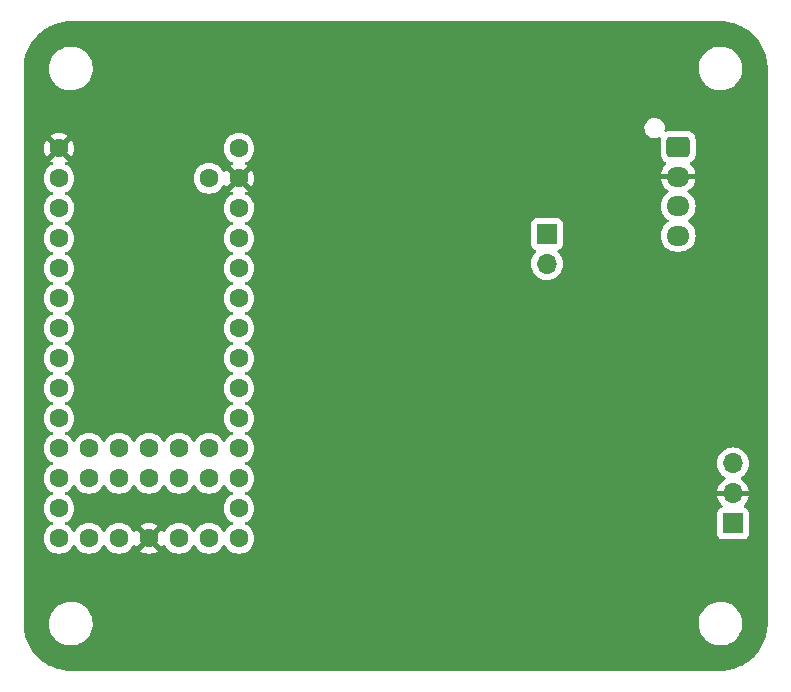
<source format=gbr>
G04 #@! TF.GenerationSoftware,KiCad,Pcbnew,7.0.8*
G04 #@! TF.CreationDate,2024-01-21T00:43:24-07:00*
G04 #@! TF.ProjectId,ONVEHICLE,4f4e5645-4849-4434-9c45-2e6b69636164,rev?*
G04 #@! TF.SameCoordinates,Original*
G04 #@! TF.FileFunction,Copper,L2,Bot*
G04 #@! TF.FilePolarity,Positive*
%FSLAX46Y46*%
G04 Gerber Fmt 4.6, Leading zero omitted, Abs format (unit mm)*
G04 Created by KiCad (PCBNEW 7.0.8) date 2024-01-21 00:43:24*
%MOMM*%
%LPD*%
G01*
G04 APERTURE LIST*
G04 Aperture macros list*
%AMRoundRect*
0 Rectangle with rounded corners*
0 $1 Rounding radius*
0 $2 $3 $4 $5 $6 $7 $8 $9 X,Y pos of 4 corners*
0 Add a 4 corners polygon primitive as box body*
4,1,4,$2,$3,$4,$5,$6,$7,$8,$9,$2,$3,0*
0 Add four circle primitives for the rounded corners*
1,1,$1+$1,$2,$3*
1,1,$1+$1,$4,$5*
1,1,$1+$1,$6,$7*
1,1,$1+$1,$8,$9*
0 Add four rect primitives between the rounded corners*
20,1,$1+$1,$2,$3,$4,$5,0*
20,1,$1+$1,$4,$5,$6,$7,0*
20,1,$1+$1,$6,$7,$8,$9,0*
20,1,$1+$1,$8,$9,$2,$3,0*%
G04 Aperture macros list end*
G04 #@! TA.AperFunction,ComponentPad*
%ADD10R,1.700000X1.700000*%
G04 #@! TD*
G04 #@! TA.AperFunction,ComponentPad*
%ADD11O,1.700000X1.700000*%
G04 #@! TD*
G04 #@! TA.AperFunction,ComponentPad*
%ADD12RoundRect,0.250000X-0.725000X0.600000X-0.725000X-0.600000X0.725000X-0.600000X0.725000X0.600000X0*%
G04 #@! TD*
G04 #@! TA.AperFunction,ComponentPad*
%ADD13O,1.950000X1.700000*%
G04 #@! TD*
G04 #@! TA.AperFunction,ComponentPad*
%ADD14C,1.600000*%
G04 #@! TD*
G04 #@! TA.AperFunction,ViaPad*
%ADD15C,0.800000*%
G04 #@! TD*
G04 APERTURE END LIST*
D10*
X175300000Y-86000000D03*
D11*
X175300000Y-88540000D03*
D12*
X186425000Y-78650000D03*
D13*
X186425000Y-81150000D03*
X186425000Y-83650000D03*
X186425000Y-86150000D03*
D14*
X134000000Y-78760000D03*
X134000000Y-81300000D03*
X134000000Y-83840000D03*
X134000000Y-86380000D03*
X134000000Y-88920000D03*
X134000000Y-91460000D03*
X134000000Y-94000000D03*
X134000000Y-96540000D03*
X134000000Y-99080000D03*
X134000000Y-101620000D03*
X134000000Y-104160000D03*
X134000000Y-106700000D03*
X134000000Y-109240000D03*
X134000000Y-111780000D03*
X136540000Y-111780000D03*
X139080000Y-111780000D03*
X141620000Y-111780000D03*
X144160000Y-111780000D03*
X146700000Y-111780000D03*
X149240000Y-111780000D03*
X149240000Y-109240000D03*
X149240000Y-106700000D03*
X149240000Y-104160000D03*
X149240000Y-101620000D03*
X149240000Y-99080000D03*
X149240000Y-96540000D03*
X149240000Y-94000000D03*
X149240000Y-91460000D03*
X149240000Y-88920000D03*
X149240000Y-86380000D03*
X149240000Y-83840000D03*
X149240000Y-81300000D03*
X149240000Y-78760000D03*
X146700000Y-81300000D03*
X146700000Y-106700000D03*
X146700000Y-104160000D03*
X144160000Y-106700000D03*
X144160000Y-104160000D03*
X141620000Y-106700000D03*
X141620000Y-104160000D03*
X139080000Y-106700000D03*
X139080000Y-104160000D03*
X136540000Y-106700000D03*
X136540000Y-104160000D03*
D10*
X191075000Y-110525000D03*
D11*
X191075000Y-107985000D03*
X191075000Y-105445000D03*
D15*
X177400000Y-83800000D03*
X161500000Y-85800000D03*
X165800000Y-82000000D03*
X187800000Y-108900000D03*
X159200000Y-73800000D03*
G04 #@! TA.AperFunction,Conductor*
G36*
X148037865Y-107243348D02*
G01*
X148082382Y-107294725D01*
X148109429Y-107352728D01*
X148109432Y-107352734D01*
X148239954Y-107539141D01*
X148400858Y-107700045D01*
X148400861Y-107700047D01*
X148587266Y-107830568D01*
X148645275Y-107857618D01*
X148697714Y-107903791D01*
X148716866Y-107970984D01*
X148696650Y-108037865D01*
X148645275Y-108082382D01*
X148587267Y-108109431D01*
X148587265Y-108109432D01*
X148400858Y-108239954D01*
X148239954Y-108400858D01*
X148109432Y-108587265D01*
X148109431Y-108587267D01*
X148013261Y-108793502D01*
X148013258Y-108793511D01*
X147954366Y-109013302D01*
X147954364Y-109013313D01*
X147934532Y-109239998D01*
X147934532Y-109240001D01*
X147954364Y-109466686D01*
X147954366Y-109466697D01*
X148013258Y-109686488D01*
X148013261Y-109686497D01*
X148109431Y-109892732D01*
X148109432Y-109892734D01*
X148239954Y-110079141D01*
X148400858Y-110240045D01*
X148400861Y-110240047D01*
X148587266Y-110370568D01*
X148645275Y-110397618D01*
X148697714Y-110443791D01*
X148716866Y-110510984D01*
X148696650Y-110577865D01*
X148645275Y-110622382D01*
X148587267Y-110649431D01*
X148587265Y-110649432D01*
X148400858Y-110779954D01*
X148239954Y-110940858D01*
X148109432Y-111127265D01*
X148109431Y-111127267D01*
X148082382Y-111185275D01*
X148036209Y-111237714D01*
X147969016Y-111256866D01*
X147902135Y-111236650D01*
X147857618Y-111185275D01*
X147830686Y-111127520D01*
X147830568Y-111127266D01*
X147700047Y-110940861D01*
X147700045Y-110940858D01*
X147539141Y-110779954D01*
X147352734Y-110649432D01*
X147352732Y-110649431D01*
X147146497Y-110553261D01*
X147146488Y-110553258D01*
X146926697Y-110494366D01*
X146926693Y-110494365D01*
X146926692Y-110494365D01*
X146926691Y-110494364D01*
X146926686Y-110494364D01*
X146700002Y-110474532D01*
X146699998Y-110474532D01*
X146473313Y-110494364D01*
X146473302Y-110494366D01*
X146253511Y-110553258D01*
X146253502Y-110553261D01*
X146047267Y-110649431D01*
X146047265Y-110649432D01*
X145860858Y-110779954D01*
X145699954Y-110940858D01*
X145569432Y-111127265D01*
X145569431Y-111127267D01*
X145542382Y-111185275D01*
X145496209Y-111237714D01*
X145429016Y-111256866D01*
X145362135Y-111236650D01*
X145317618Y-111185275D01*
X145290686Y-111127520D01*
X145290568Y-111127266D01*
X145160047Y-110940861D01*
X145160045Y-110940858D01*
X144999141Y-110779954D01*
X144812734Y-110649432D01*
X144812732Y-110649431D01*
X144606497Y-110553261D01*
X144606488Y-110553258D01*
X144386697Y-110494366D01*
X144386693Y-110494365D01*
X144386692Y-110494365D01*
X144386691Y-110494364D01*
X144386686Y-110494364D01*
X144160002Y-110474532D01*
X144159998Y-110474532D01*
X143933313Y-110494364D01*
X143933302Y-110494366D01*
X143713511Y-110553258D01*
X143713502Y-110553261D01*
X143507267Y-110649431D01*
X143507265Y-110649432D01*
X143320858Y-110779954D01*
X143159954Y-110940858D01*
X143029433Y-111127264D01*
X143002106Y-111185867D01*
X142955933Y-111238306D01*
X142888739Y-111257457D01*
X142821858Y-111237241D01*
X142777342Y-111185865D01*
X142750135Y-111127520D01*
X142750131Y-111127512D01*
X142699026Y-111054526D01*
X142699025Y-111054526D01*
X142145929Y-111607622D01*
X142143116Y-111594085D01*
X142073558Y-111459844D01*
X141970362Y-111349348D01*
X141841181Y-111270791D01*
X141789996Y-111256449D01*
X142345472Y-110700974D01*
X142345471Y-110700973D01*
X142272483Y-110649866D01*
X142272481Y-110649865D01*
X142066326Y-110553734D01*
X142066317Y-110553730D01*
X141846610Y-110494860D01*
X141846599Y-110494858D01*
X141620002Y-110475034D01*
X141619998Y-110475034D01*
X141393400Y-110494858D01*
X141393389Y-110494860D01*
X141173682Y-110553730D01*
X141173673Y-110553734D01*
X140967513Y-110649868D01*
X140894527Y-110700972D01*
X140894526Y-110700973D01*
X141448432Y-111254878D01*
X141331542Y-111305651D01*
X141214261Y-111401066D01*
X141127072Y-111524585D01*
X141096645Y-111610198D01*
X140540973Y-111054526D01*
X140540972Y-111054527D01*
X140489869Y-111127511D01*
X140462657Y-111185867D01*
X140416484Y-111238306D01*
X140349290Y-111257457D01*
X140282409Y-111237241D01*
X140237893Y-111185865D01*
X140210682Y-111127512D01*
X140210568Y-111127266D01*
X140080047Y-110940861D01*
X140080045Y-110940858D01*
X139919141Y-110779954D01*
X139732734Y-110649432D01*
X139732732Y-110649431D01*
X139526497Y-110553261D01*
X139526488Y-110553258D01*
X139306697Y-110494366D01*
X139306693Y-110494365D01*
X139306692Y-110494365D01*
X139306691Y-110494364D01*
X139306686Y-110494364D01*
X139080002Y-110474532D01*
X139079998Y-110474532D01*
X138853313Y-110494364D01*
X138853302Y-110494366D01*
X138633511Y-110553258D01*
X138633502Y-110553261D01*
X138427267Y-110649431D01*
X138427265Y-110649432D01*
X138240858Y-110779954D01*
X138079954Y-110940858D01*
X137949432Y-111127265D01*
X137949431Y-111127267D01*
X137922382Y-111185275D01*
X137876209Y-111237714D01*
X137809016Y-111256866D01*
X137742135Y-111236650D01*
X137697618Y-111185275D01*
X137670686Y-111127520D01*
X137670568Y-111127266D01*
X137540047Y-110940861D01*
X137540045Y-110940858D01*
X137379141Y-110779954D01*
X137192734Y-110649432D01*
X137192732Y-110649431D01*
X136986497Y-110553261D01*
X136986488Y-110553258D01*
X136766697Y-110494366D01*
X136766693Y-110494365D01*
X136766692Y-110494365D01*
X136766691Y-110494364D01*
X136766686Y-110494364D01*
X136540002Y-110474532D01*
X136539998Y-110474532D01*
X136313313Y-110494364D01*
X136313302Y-110494366D01*
X136093511Y-110553258D01*
X136093502Y-110553261D01*
X135887267Y-110649431D01*
X135887265Y-110649432D01*
X135700858Y-110779954D01*
X135539954Y-110940858D01*
X135409432Y-111127265D01*
X135409431Y-111127267D01*
X135382382Y-111185275D01*
X135336209Y-111237714D01*
X135269016Y-111256866D01*
X135202135Y-111236650D01*
X135157618Y-111185275D01*
X135130686Y-111127520D01*
X135130568Y-111127266D01*
X135000047Y-110940861D01*
X135000045Y-110940858D01*
X134839141Y-110779954D01*
X134652734Y-110649432D01*
X134652728Y-110649429D01*
X134594725Y-110622382D01*
X134542285Y-110576210D01*
X134523133Y-110509017D01*
X134543348Y-110442135D01*
X134594725Y-110397618D01*
X134652734Y-110370568D01*
X134839139Y-110240047D01*
X135000047Y-110079139D01*
X135130568Y-109892734D01*
X135226739Y-109686496D01*
X135285635Y-109466692D01*
X135305468Y-109240000D01*
X135304698Y-109231204D01*
X135299737Y-109174500D01*
X135285635Y-109013308D01*
X135226739Y-108793504D01*
X135130568Y-108587266D01*
X135000047Y-108400861D01*
X135000045Y-108400858D01*
X134839141Y-108239954D01*
X134652734Y-108109432D01*
X134652728Y-108109429D01*
X134594725Y-108082382D01*
X134542285Y-108036210D01*
X134523133Y-107969017D01*
X134543348Y-107902135D01*
X134594725Y-107857618D01*
X134652734Y-107830568D01*
X134839139Y-107700047D01*
X135000047Y-107539139D01*
X135130568Y-107352734D01*
X135157618Y-107294724D01*
X135203790Y-107242285D01*
X135270983Y-107223133D01*
X135337865Y-107243348D01*
X135382382Y-107294725D01*
X135409429Y-107352728D01*
X135409432Y-107352734D01*
X135539954Y-107539141D01*
X135700858Y-107700045D01*
X135700861Y-107700047D01*
X135887266Y-107830568D01*
X136093504Y-107926739D01*
X136313308Y-107985635D01*
X136475230Y-107999801D01*
X136539998Y-108005468D01*
X136540000Y-108005468D01*
X136540002Y-108005468D01*
X136596673Y-108000509D01*
X136766692Y-107985635D01*
X136986496Y-107926739D01*
X137192734Y-107830568D01*
X137379139Y-107700047D01*
X137540047Y-107539139D01*
X137670568Y-107352734D01*
X137697618Y-107294724D01*
X137743790Y-107242285D01*
X137810983Y-107223133D01*
X137877865Y-107243348D01*
X137922382Y-107294725D01*
X137949429Y-107352728D01*
X137949432Y-107352734D01*
X138079954Y-107539141D01*
X138240858Y-107700045D01*
X138240861Y-107700047D01*
X138427266Y-107830568D01*
X138633504Y-107926739D01*
X138853308Y-107985635D01*
X139015230Y-107999801D01*
X139079998Y-108005468D01*
X139080000Y-108005468D01*
X139080002Y-108005468D01*
X139136673Y-108000509D01*
X139306692Y-107985635D01*
X139526496Y-107926739D01*
X139732734Y-107830568D01*
X139919139Y-107700047D01*
X140080047Y-107539139D01*
X140210568Y-107352734D01*
X140237618Y-107294724D01*
X140283790Y-107242285D01*
X140350983Y-107223133D01*
X140417865Y-107243348D01*
X140462382Y-107294725D01*
X140489429Y-107352728D01*
X140489432Y-107352734D01*
X140619954Y-107539141D01*
X140780858Y-107700045D01*
X140780861Y-107700047D01*
X140967266Y-107830568D01*
X141173504Y-107926739D01*
X141393308Y-107985635D01*
X141555230Y-107999801D01*
X141619998Y-108005468D01*
X141620000Y-108005468D01*
X141620002Y-108005468D01*
X141676673Y-108000509D01*
X141846692Y-107985635D01*
X142066496Y-107926739D01*
X142272734Y-107830568D01*
X142459139Y-107700047D01*
X142620047Y-107539139D01*
X142750568Y-107352734D01*
X142777618Y-107294724D01*
X142823790Y-107242285D01*
X142890983Y-107223133D01*
X142957865Y-107243348D01*
X143002382Y-107294725D01*
X143029429Y-107352728D01*
X143029432Y-107352734D01*
X143159954Y-107539141D01*
X143320858Y-107700045D01*
X143320861Y-107700047D01*
X143507266Y-107830568D01*
X143713504Y-107926739D01*
X143933308Y-107985635D01*
X144095230Y-107999801D01*
X144159998Y-108005468D01*
X144160000Y-108005468D01*
X144160002Y-108005468D01*
X144216673Y-108000509D01*
X144386692Y-107985635D01*
X144606496Y-107926739D01*
X144812734Y-107830568D01*
X144999139Y-107700047D01*
X145160047Y-107539139D01*
X145290568Y-107352734D01*
X145317618Y-107294724D01*
X145363790Y-107242285D01*
X145430983Y-107223133D01*
X145497865Y-107243348D01*
X145542382Y-107294725D01*
X145569429Y-107352728D01*
X145569432Y-107352734D01*
X145699954Y-107539141D01*
X145860858Y-107700045D01*
X145860861Y-107700047D01*
X146047266Y-107830568D01*
X146253504Y-107926739D01*
X146473308Y-107985635D01*
X146635230Y-107999801D01*
X146699998Y-108005468D01*
X146700000Y-108005468D01*
X146700002Y-108005468D01*
X146756673Y-108000509D01*
X146926692Y-107985635D01*
X147146496Y-107926739D01*
X147352734Y-107830568D01*
X147539139Y-107700047D01*
X147700047Y-107539139D01*
X147830568Y-107352734D01*
X147857618Y-107294724D01*
X147903790Y-107242285D01*
X147970983Y-107223133D01*
X148037865Y-107243348D01*
G37*
G04 #@! TD.AperFunction*
G04 #@! TA.AperFunction,Conductor*
G36*
X190001423Y-68000566D02*
G01*
X190040986Y-68002394D01*
X190172950Y-68008495D01*
X190372549Y-68018302D01*
X190378048Y-68018819D01*
X190563357Y-68044668D01*
X190749828Y-68072329D01*
X190754871Y-68073294D01*
X190939341Y-68116681D01*
X191120221Y-68161989D01*
X191124797Y-68163327D01*
X191305568Y-68223916D01*
X191480339Y-68286450D01*
X191484471Y-68288100D01*
X191542986Y-68313936D01*
X191659474Y-68365370D01*
X191826973Y-68444592D01*
X191830601Y-68446457D01*
X191998128Y-68539770D01*
X191998142Y-68539778D01*
X192156964Y-68634972D01*
X192160119Y-68636996D01*
X192318603Y-68745559D01*
X192467377Y-68855897D01*
X192470001Y-68857957D01*
X192618027Y-68980876D01*
X192755321Y-69105314D01*
X192757514Y-69107402D01*
X192892596Y-69242484D01*
X192894695Y-69244688D01*
X193019129Y-69381980D01*
X193142034Y-69529989D01*
X193144109Y-69532632D01*
X193254443Y-69681400D01*
X193363002Y-69839879D01*
X193365032Y-69843044D01*
X193460221Y-70001857D01*
X193553527Y-70169371D01*
X193555410Y-70173034D01*
X193634638Y-70340547D01*
X193711899Y-70515527D01*
X193713558Y-70519685D01*
X193776093Y-70694459D01*
X193836662Y-70875173D01*
X193838018Y-70879812D01*
X193883317Y-71060654D01*
X193926696Y-71245090D01*
X193927672Y-71250189D01*
X193955337Y-71436689D01*
X193981177Y-71621933D01*
X193981697Y-71627459D01*
X193991512Y-71827238D01*
X193999434Y-71998575D01*
X193999500Y-72001439D01*
X193999500Y-118998560D01*
X193999434Y-119001424D01*
X193991512Y-119172761D01*
X193981697Y-119372539D01*
X193981177Y-119378065D01*
X193955337Y-119563310D01*
X193927672Y-119749809D01*
X193926696Y-119754908D01*
X193883317Y-119939345D01*
X193838018Y-120120186D01*
X193836662Y-120124825D01*
X193776093Y-120305540D01*
X193713557Y-120480314D01*
X193711899Y-120484470D01*
X193634638Y-120659452D01*
X193555410Y-120826964D01*
X193553527Y-120830627D01*
X193460221Y-120998142D01*
X193365032Y-121156954D01*
X193363002Y-121160118D01*
X193254437Y-121318608D01*
X193144121Y-121467350D01*
X193142021Y-121470025D01*
X193019132Y-121618016D01*
X192894695Y-121755310D01*
X192892596Y-121757514D01*
X192757514Y-121892596D01*
X192755310Y-121894695D01*
X192618016Y-122019132D01*
X192470025Y-122142021D01*
X192467350Y-122144121D01*
X192318608Y-122254437D01*
X192160118Y-122363002D01*
X192156954Y-122365032D01*
X191998142Y-122460221D01*
X191830627Y-122553527D01*
X191826964Y-122555410D01*
X191659452Y-122634638D01*
X191484470Y-122711899D01*
X191480314Y-122713557D01*
X191305540Y-122776093D01*
X191124825Y-122836662D01*
X191120186Y-122838018D01*
X190939345Y-122883317D01*
X190754908Y-122926696D01*
X190749809Y-122927672D01*
X190563310Y-122955337D01*
X190378065Y-122981177D01*
X190372539Y-122981697D01*
X190172761Y-122991512D01*
X190001424Y-122999434D01*
X189998560Y-122999500D01*
X135001440Y-122999500D01*
X134998576Y-122999434D01*
X134827238Y-122991512D01*
X134627459Y-122981697D01*
X134621933Y-122981177D01*
X134436689Y-122955337D01*
X134250189Y-122927672D01*
X134245090Y-122926696D01*
X134060654Y-122883317D01*
X133879812Y-122838018D01*
X133875173Y-122836662D01*
X133694459Y-122776093D01*
X133519685Y-122713558D01*
X133515527Y-122711899D01*
X133340547Y-122634638D01*
X133173034Y-122555410D01*
X133169371Y-122553527D01*
X133001857Y-122460221D01*
X132843044Y-122365032D01*
X132839879Y-122363002D01*
X132730371Y-122287989D01*
X132681392Y-122254437D01*
X132532632Y-122144109D01*
X132529989Y-122142034D01*
X132381980Y-122019129D01*
X132244688Y-121894695D01*
X132242484Y-121892596D01*
X132107402Y-121757514D01*
X132105314Y-121755321D01*
X131980867Y-121618016D01*
X131857957Y-121470001D01*
X131855897Y-121467377D01*
X131745559Y-121318603D01*
X131636995Y-121160118D01*
X131634966Y-121156954D01*
X131539778Y-120998142D01*
X131512261Y-120948740D01*
X131446457Y-120830601D01*
X131444588Y-120826964D01*
X131420852Y-120776779D01*
X131365370Y-120659474D01*
X131288100Y-120484471D01*
X131286450Y-120480339D01*
X131223906Y-120305540D01*
X131163327Y-120124797D01*
X131161989Y-120120221D01*
X131116675Y-119939315D01*
X131111402Y-119916895D01*
X131073294Y-119754871D01*
X131072329Y-119749828D01*
X131044662Y-119563310D01*
X131018819Y-119378048D01*
X131018302Y-119372549D01*
X131008487Y-119172761D01*
X131003633Y-119067763D01*
X133145787Y-119067763D01*
X133175413Y-119337013D01*
X133175415Y-119337024D01*
X133234564Y-119563270D01*
X133243928Y-119599088D01*
X133349870Y-119848390D01*
X133421998Y-119966575D01*
X133490979Y-120079605D01*
X133490986Y-120079615D01*
X133664253Y-120287819D01*
X133664259Y-120287824D01*
X133769240Y-120381887D01*
X133865998Y-120468582D01*
X134091910Y-120618044D01*
X134337176Y-120733020D01*
X134337183Y-120733022D01*
X134337185Y-120733023D01*
X134596557Y-120811057D01*
X134596564Y-120811058D01*
X134596569Y-120811060D01*
X134864561Y-120850500D01*
X134864566Y-120850500D01*
X135067636Y-120850500D01*
X135119133Y-120846730D01*
X135270156Y-120835677D01*
X135382758Y-120810593D01*
X135534546Y-120776782D01*
X135534548Y-120776781D01*
X135534553Y-120776780D01*
X135787558Y-120680014D01*
X136023777Y-120547441D01*
X136238177Y-120381888D01*
X136426186Y-120186881D01*
X136583799Y-119966579D01*
X136692626Y-119754909D01*
X136707649Y-119725690D01*
X136707651Y-119725684D01*
X136707656Y-119725675D01*
X136795118Y-119469305D01*
X136844319Y-119202933D01*
X136849259Y-119067763D01*
X188145787Y-119067763D01*
X188175413Y-119337013D01*
X188175415Y-119337024D01*
X188234564Y-119563270D01*
X188243928Y-119599088D01*
X188349870Y-119848390D01*
X188421998Y-119966575D01*
X188490979Y-120079605D01*
X188490986Y-120079615D01*
X188664253Y-120287819D01*
X188664259Y-120287824D01*
X188769240Y-120381887D01*
X188865998Y-120468582D01*
X189091910Y-120618044D01*
X189337176Y-120733020D01*
X189337183Y-120733022D01*
X189337185Y-120733023D01*
X189596557Y-120811057D01*
X189596564Y-120811058D01*
X189596569Y-120811060D01*
X189864561Y-120850500D01*
X189864566Y-120850500D01*
X190067636Y-120850500D01*
X190119133Y-120846730D01*
X190270156Y-120835677D01*
X190382758Y-120810593D01*
X190534546Y-120776782D01*
X190534548Y-120776781D01*
X190534553Y-120776780D01*
X190787558Y-120680014D01*
X191023777Y-120547441D01*
X191238177Y-120381888D01*
X191426186Y-120186881D01*
X191583799Y-119966579D01*
X191692626Y-119754909D01*
X191707649Y-119725690D01*
X191707651Y-119725684D01*
X191707656Y-119725675D01*
X191795118Y-119469305D01*
X191844319Y-119202933D01*
X191854212Y-118932235D01*
X191824586Y-118662982D01*
X191756072Y-118400912D01*
X191650130Y-118151610D01*
X191509018Y-117920390D01*
X191419747Y-117813119D01*
X191335746Y-117712180D01*
X191335740Y-117712175D01*
X191134002Y-117531418D01*
X190908092Y-117381957D01*
X190908090Y-117381956D01*
X190662824Y-117266980D01*
X190662819Y-117266978D01*
X190662814Y-117266976D01*
X190403442Y-117188942D01*
X190403428Y-117188939D01*
X190287791Y-117171921D01*
X190135439Y-117149500D01*
X189932369Y-117149500D01*
X189932364Y-117149500D01*
X189729844Y-117164323D01*
X189729831Y-117164325D01*
X189465453Y-117223217D01*
X189465446Y-117223220D01*
X189212439Y-117319987D01*
X188976226Y-117452557D01*
X188761822Y-117618112D01*
X188573822Y-117813109D01*
X188573816Y-117813116D01*
X188416202Y-118033419D01*
X188416199Y-118033424D01*
X188292350Y-118274309D01*
X188292343Y-118274327D01*
X188204884Y-118530685D01*
X188204881Y-118530699D01*
X188155681Y-118797068D01*
X188155680Y-118797075D01*
X188145787Y-119067763D01*
X136849259Y-119067763D01*
X136854212Y-118932235D01*
X136824586Y-118662982D01*
X136756072Y-118400912D01*
X136650130Y-118151610D01*
X136509018Y-117920390D01*
X136419747Y-117813119D01*
X136335746Y-117712180D01*
X136335740Y-117712175D01*
X136134002Y-117531418D01*
X135908092Y-117381957D01*
X135908090Y-117381956D01*
X135662824Y-117266980D01*
X135662819Y-117266978D01*
X135662814Y-117266976D01*
X135403442Y-117188942D01*
X135403428Y-117188939D01*
X135287791Y-117171921D01*
X135135439Y-117149500D01*
X134932369Y-117149500D01*
X134932364Y-117149500D01*
X134729844Y-117164323D01*
X134729831Y-117164325D01*
X134465453Y-117223217D01*
X134465446Y-117223220D01*
X134212439Y-117319987D01*
X133976226Y-117452557D01*
X133761822Y-117618112D01*
X133573822Y-117813109D01*
X133573816Y-117813116D01*
X133416202Y-118033419D01*
X133416199Y-118033424D01*
X133292350Y-118274309D01*
X133292343Y-118274327D01*
X133204884Y-118530685D01*
X133204881Y-118530699D01*
X133155681Y-118797068D01*
X133155680Y-118797075D01*
X133145787Y-119067763D01*
X131003633Y-119067763D01*
X131000566Y-119001423D01*
X131000500Y-118998560D01*
X131000500Y-111780001D01*
X132694532Y-111780001D01*
X132714364Y-112006686D01*
X132714366Y-112006697D01*
X132773258Y-112226488D01*
X132773261Y-112226497D01*
X132869431Y-112432732D01*
X132869432Y-112432734D01*
X132999954Y-112619141D01*
X133160858Y-112780045D01*
X133160861Y-112780047D01*
X133347266Y-112910568D01*
X133553504Y-113006739D01*
X133773308Y-113065635D01*
X133935230Y-113079801D01*
X133999998Y-113085468D01*
X134000000Y-113085468D01*
X134000002Y-113085468D01*
X134056673Y-113080509D01*
X134226692Y-113065635D01*
X134446496Y-113006739D01*
X134652734Y-112910568D01*
X134839139Y-112780047D01*
X135000047Y-112619139D01*
X135130568Y-112432734D01*
X135157618Y-112374724D01*
X135203790Y-112322285D01*
X135270983Y-112303133D01*
X135337865Y-112323348D01*
X135382382Y-112374725D01*
X135409429Y-112432728D01*
X135409432Y-112432734D01*
X135539954Y-112619141D01*
X135700858Y-112780045D01*
X135700861Y-112780047D01*
X135887266Y-112910568D01*
X136093504Y-113006739D01*
X136313308Y-113065635D01*
X136475230Y-113079801D01*
X136539998Y-113085468D01*
X136540000Y-113085468D01*
X136540002Y-113085468D01*
X136596673Y-113080509D01*
X136766692Y-113065635D01*
X136986496Y-113006739D01*
X137192734Y-112910568D01*
X137379139Y-112780047D01*
X137540047Y-112619139D01*
X137670568Y-112432734D01*
X137697618Y-112374724D01*
X137743790Y-112322285D01*
X137810983Y-112303133D01*
X137877865Y-112323348D01*
X137922382Y-112374725D01*
X137949429Y-112432728D01*
X137949432Y-112432734D01*
X138079954Y-112619141D01*
X138240858Y-112780045D01*
X138240861Y-112780047D01*
X138427266Y-112910568D01*
X138633504Y-113006739D01*
X138853308Y-113065635D01*
X139015230Y-113079801D01*
X139079998Y-113085468D01*
X139080000Y-113085468D01*
X139080002Y-113085468D01*
X139136673Y-113080509D01*
X139306692Y-113065635D01*
X139526496Y-113006739D01*
X139732734Y-112910568D01*
X139919139Y-112780047D01*
X140080047Y-112619139D01*
X140210568Y-112432734D01*
X140237895Y-112374129D01*
X140284064Y-112321695D01*
X140351257Y-112302542D01*
X140418139Y-112322757D01*
X140462657Y-112374133D01*
X140489865Y-112432481D01*
X140489866Y-112432483D01*
X140540973Y-112505471D01*
X140540974Y-112505472D01*
X141094070Y-111952375D01*
X141096884Y-111965915D01*
X141166442Y-112100156D01*
X141269638Y-112210652D01*
X141398819Y-112289209D01*
X141450002Y-112303549D01*
X140894526Y-112859025D01*
X140894526Y-112859026D01*
X140967512Y-112910131D01*
X140967516Y-112910133D01*
X141173673Y-113006265D01*
X141173682Y-113006269D01*
X141393389Y-113065139D01*
X141393400Y-113065141D01*
X141619998Y-113084966D01*
X141620002Y-113084966D01*
X141846599Y-113065141D01*
X141846610Y-113065139D01*
X142066317Y-113006269D01*
X142066331Y-113006264D01*
X142272478Y-112910136D01*
X142345472Y-112859025D01*
X141791568Y-112305121D01*
X141908458Y-112254349D01*
X142025739Y-112158934D01*
X142112928Y-112035415D01*
X142143354Y-111949801D01*
X142699025Y-112505472D01*
X142750133Y-112432482D01*
X142777341Y-112374135D01*
X142823513Y-112321696D01*
X142890707Y-112302543D01*
X142957588Y-112322758D01*
X143002105Y-112374132D01*
X143029432Y-112432734D01*
X143080363Y-112505471D01*
X143159954Y-112619141D01*
X143320858Y-112780045D01*
X143320861Y-112780047D01*
X143507266Y-112910568D01*
X143713504Y-113006739D01*
X143933308Y-113065635D01*
X144095230Y-113079801D01*
X144159998Y-113085468D01*
X144160000Y-113085468D01*
X144160002Y-113085468D01*
X144216673Y-113080509D01*
X144386692Y-113065635D01*
X144606496Y-113006739D01*
X144812734Y-112910568D01*
X144999139Y-112780047D01*
X145160047Y-112619139D01*
X145290568Y-112432734D01*
X145317618Y-112374724D01*
X145363790Y-112322285D01*
X145430983Y-112303133D01*
X145497865Y-112323348D01*
X145542382Y-112374725D01*
X145569429Y-112432728D01*
X145569432Y-112432734D01*
X145699954Y-112619141D01*
X145860858Y-112780045D01*
X145860861Y-112780047D01*
X146047266Y-112910568D01*
X146253504Y-113006739D01*
X146473308Y-113065635D01*
X146635230Y-113079801D01*
X146699998Y-113085468D01*
X146700000Y-113085468D01*
X146700002Y-113085468D01*
X146756673Y-113080509D01*
X146926692Y-113065635D01*
X147146496Y-113006739D01*
X147352734Y-112910568D01*
X147539139Y-112780047D01*
X147700047Y-112619139D01*
X147830568Y-112432734D01*
X147857618Y-112374724D01*
X147903790Y-112322285D01*
X147970983Y-112303133D01*
X148037865Y-112323348D01*
X148082382Y-112374725D01*
X148109429Y-112432728D01*
X148109432Y-112432734D01*
X148239954Y-112619141D01*
X148400858Y-112780045D01*
X148400861Y-112780047D01*
X148587266Y-112910568D01*
X148793504Y-113006739D01*
X149013308Y-113065635D01*
X149175230Y-113079801D01*
X149239998Y-113085468D01*
X149240000Y-113085468D01*
X149240002Y-113085468D01*
X149296673Y-113080509D01*
X149466692Y-113065635D01*
X149686496Y-113006739D01*
X149892734Y-112910568D01*
X150079139Y-112780047D01*
X150240047Y-112619139D01*
X150370568Y-112432734D01*
X150466739Y-112226496D01*
X150525635Y-112006692D01*
X150545468Y-111780000D01*
X150525635Y-111553308D01*
X150466739Y-111333504D01*
X150370568Y-111127266D01*
X150240047Y-110940861D01*
X150240045Y-110940858D01*
X150079141Y-110779954D01*
X149892734Y-110649432D01*
X149892728Y-110649429D01*
X149834725Y-110622382D01*
X149782285Y-110576210D01*
X149763133Y-110509017D01*
X149783348Y-110442135D01*
X149834725Y-110397618D01*
X149892734Y-110370568D01*
X150079139Y-110240047D01*
X150240047Y-110079139D01*
X150370568Y-109892734D01*
X150466739Y-109686496D01*
X150525635Y-109466692D01*
X150545468Y-109240000D01*
X150544698Y-109231204D01*
X150539737Y-109174500D01*
X150525635Y-109013308D01*
X150466739Y-108793504D01*
X150370568Y-108587266D01*
X150240047Y-108400861D01*
X150240045Y-108400858D01*
X150079141Y-108239954D01*
X149892734Y-108109432D01*
X149892728Y-108109429D01*
X149834725Y-108082382D01*
X149782285Y-108036210D01*
X149763133Y-107969017D01*
X149783348Y-107902135D01*
X149834725Y-107857618D01*
X149892734Y-107830568D01*
X150079139Y-107700047D01*
X150240047Y-107539139D01*
X150370568Y-107352734D01*
X150466739Y-107146496D01*
X150525635Y-106926692D01*
X150545468Y-106700000D01*
X150544838Y-106692804D01*
X150537920Y-106613730D01*
X150525635Y-106473308D01*
X150466739Y-106253504D01*
X150370568Y-106047266D01*
X150240047Y-105860861D01*
X150240045Y-105860858D01*
X150079141Y-105699954D01*
X149892734Y-105569432D01*
X149892728Y-105569429D01*
X149834725Y-105542382D01*
X149782285Y-105496210D01*
X149767689Y-105445000D01*
X189719341Y-105445000D01*
X189739936Y-105680403D01*
X189739938Y-105680413D01*
X189801094Y-105908655D01*
X189801096Y-105908659D01*
X189801097Y-105908663D01*
X189865729Y-106047266D01*
X189900965Y-106122830D01*
X189900967Y-106122834D01*
X190036501Y-106316395D01*
X190036506Y-106316402D01*
X190203597Y-106483493D01*
X190203603Y-106483498D01*
X190389594Y-106613730D01*
X190433219Y-106668307D01*
X190440413Y-106737805D01*
X190408890Y-106800160D01*
X190389595Y-106816880D01*
X190203922Y-106946890D01*
X190203920Y-106946891D01*
X190036891Y-107113920D01*
X190036886Y-107113926D01*
X189901400Y-107307420D01*
X189901399Y-107307422D01*
X189801570Y-107521507D01*
X189801567Y-107521513D01*
X189744364Y-107734999D01*
X189744364Y-107735000D01*
X190641314Y-107735000D01*
X190615507Y-107775156D01*
X190575000Y-107913111D01*
X190575000Y-108056889D01*
X190615507Y-108194844D01*
X190641314Y-108235000D01*
X189744364Y-108235000D01*
X189801567Y-108448486D01*
X189801570Y-108448492D01*
X189901399Y-108662578D01*
X190036894Y-108856082D01*
X190158946Y-108978134D01*
X190192431Y-109039457D01*
X190187447Y-109109149D01*
X190145575Y-109165082D01*
X190114598Y-109181997D01*
X189982671Y-109231202D01*
X189982664Y-109231206D01*
X189867455Y-109317452D01*
X189867452Y-109317455D01*
X189781206Y-109432664D01*
X189781202Y-109432671D01*
X189730908Y-109567517D01*
X189724501Y-109627116D01*
X189724501Y-109627123D01*
X189724500Y-109627135D01*
X189724500Y-111422870D01*
X189724501Y-111422876D01*
X189730908Y-111482483D01*
X189781202Y-111617328D01*
X189781206Y-111617335D01*
X189867452Y-111732544D01*
X189867455Y-111732547D01*
X189982664Y-111818793D01*
X189982671Y-111818797D01*
X190117517Y-111869091D01*
X190117516Y-111869091D01*
X190124444Y-111869835D01*
X190177127Y-111875500D01*
X191972872Y-111875499D01*
X192032483Y-111869091D01*
X192167331Y-111818796D01*
X192282546Y-111732546D01*
X192368796Y-111617331D01*
X192419091Y-111482483D01*
X192425500Y-111422873D01*
X192425499Y-109627128D01*
X192419091Y-109567517D01*
X192368796Y-109432669D01*
X192368795Y-109432668D01*
X192368793Y-109432664D01*
X192282547Y-109317455D01*
X192282544Y-109317452D01*
X192167335Y-109231206D01*
X192167328Y-109231202D01*
X192035401Y-109181997D01*
X191979467Y-109140126D01*
X191955050Y-109074662D01*
X191969902Y-109006389D01*
X191991053Y-108978133D01*
X192113108Y-108856078D01*
X192248600Y-108662578D01*
X192348429Y-108448492D01*
X192348432Y-108448486D01*
X192405636Y-108235000D01*
X191508686Y-108235000D01*
X191534493Y-108194844D01*
X191575000Y-108056889D01*
X191575000Y-107913111D01*
X191534493Y-107775156D01*
X191508686Y-107735000D01*
X192405636Y-107735000D01*
X192405635Y-107734999D01*
X192348432Y-107521513D01*
X192348429Y-107521507D01*
X192248600Y-107307422D01*
X192248599Y-107307420D01*
X192113113Y-107113926D01*
X192113108Y-107113920D01*
X191946078Y-106946890D01*
X191760405Y-106816879D01*
X191716780Y-106762302D01*
X191709588Y-106692804D01*
X191741110Y-106630449D01*
X191760406Y-106613730D01*
X191946401Y-106483495D01*
X192113495Y-106316401D01*
X192249035Y-106122830D01*
X192348903Y-105908663D01*
X192410063Y-105680408D01*
X192430659Y-105445000D01*
X192410063Y-105209592D01*
X192348903Y-104981337D01*
X192249035Y-104767171D01*
X192240321Y-104754725D01*
X192113494Y-104573597D01*
X191946402Y-104406506D01*
X191946395Y-104406501D01*
X191918096Y-104386686D01*
X191907521Y-104379281D01*
X191752834Y-104270967D01*
X191752830Y-104270965D01*
X191752828Y-104270964D01*
X191538663Y-104171097D01*
X191538659Y-104171096D01*
X191538655Y-104171094D01*
X191310413Y-104109938D01*
X191310403Y-104109936D01*
X191075001Y-104089341D01*
X191074999Y-104089341D01*
X190839596Y-104109936D01*
X190839586Y-104109938D01*
X190611344Y-104171094D01*
X190611335Y-104171098D01*
X190397171Y-104270964D01*
X190397169Y-104270965D01*
X190203597Y-104406505D01*
X190036505Y-104573597D01*
X189900965Y-104767169D01*
X189900964Y-104767171D01*
X189801098Y-104981335D01*
X189801094Y-104981344D01*
X189739938Y-105209586D01*
X189739936Y-105209596D01*
X189719341Y-105444999D01*
X189719341Y-105445000D01*
X149767689Y-105445000D01*
X149763133Y-105429017D01*
X149783348Y-105362135D01*
X149834725Y-105317618D01*
X149892734Y-105290568D01*
X150079139Y-105160047D01*
X150240047Y-104999139D01*
X150370568Y-104812734D01*
X150466739Y-104606496D01*
X150525635Y-104386692D01*
X150545468Y-104160000D01*
X150525635Y-103933308D01*
X150466739Y-103713504D01*
X150370568Y-103507266D01*
X150240047Y-103320861D01*
X150240045Y-103320858D01*
X150079141Y-103159954D01*
X149892734Y-103029432D01*
X149892728Y-103029429D01*
X149834725Y-103002382D01*
X149782285Y-102956210D01*
X149763133Y-102889017D01*
X149783348Y-102822135D01*
X149834725Y-102777618D01*
X149892734Y-102750568D01*
X150079139Y-102620047D01*
X150240047Y-102459139D01*
X150370568Y-102272734D01*
X150466739Y-102066496D01*
X150525635Y-101846692D01*
X150545468Y-101620000D01*
X150525635Y-101393308D01*
X150466739Y-101173504D01*
X150370568Y-100967266D01*
X150240047Y-100780861D01*
X150240045Y-100780858D01*
X150079141Y-100619954D01*
X149892734Y-100489432D01*
X149892728Y-100489429D01*
X149834725Y-100462382D01*
X149782285Y-100416210D01*
X149763133Y-100349017D01*
X149783348Y-100282135D01*
X149834725Y-100237618D01*
X149892734Y-100210568D01*
X150079139Y-100080047D01*
X150240047Y-99919139D01*
X150370568Y-99732734D01*
X150466739Y-99526496D01*
X150525635Y-99306692D01*
X150545468Y-99080000D01*
X150525635Y-98853308D01*
X150466739Y-98633504D01*
X150370568Y-98427266D01*
X150240047Y-98240861D01*
X150240045Y-98240858D01*
X150079141Y-98079954D01*
X149892734Y-97949432D01*
X149892728Y-97949429D01*
X149834725Y-97922382D01*
X149782285Y-97876210D01*
X149763133Y-97809017D01*
X149783348Y-97742135D01*
X149834725Y-97697618D01*
X149892734Y-97670568D01*
X150079139Y-97540047D01*
X150240047Y-97379139D01*
X150370568Y-97192734D01*
X150466739Y-96986496D01*
X150525635Y-96766692D01*
X150545468Y-96540000D01*
X150525635Y-96313308D01*
X150466739Y-96093504D01*
X150370568Y-95887266D01*
X150240047Y-95700861D01*
X150240045Y-95700858D01*
X150079141Y-95539954D01*
X149892734Y-95409432D01*
X149892728Y-95409429D01*
X149834725Y-95382382D01*
X149782285Y-95336210D01*
X149763133Y-95269017D01*
X149783348Y-95202135D01*
X149834725Y-95157618D01*
X149892734Y-95130568D01*
X150079139Y-95000047D01*
X150240047Y-94839139D01*
X150370568Y-94652734D01*
X150466739Y-94446496D01*
X150525635Y-94226692D01*
X150545468Y-94000000D01*
X150525635Y-93773308D01*
X150466739Y-93553504D01*
X150370568Y-93347266D01*
X150240047Y-93160861D01*
X150240045Y-93160858D01*
X150079141Y-92999954D01*
X149892734Y-92869432D01*
X149892728Y-92869429D01*
X149834725Y-92842382D01*
X149782285Y-92796210D01*
X149763133Y-92729017D01*
X149783348Y-92662135D01*
X149834725Y-92617618D01*
X149892734Y-92590568D01*
X150079139Y-92460047D01*
X150240047Y-92299139D01*
X150370568Y-92112734D01*
X150466739Y-91906496D01*
X150525635Y-91686692D01*
X150545468Y-91460000D01*
X150525635Y-91233308D01*
X150466739Y-91013504D01*
X150370568Y-90807266D01*
X150240047Y-90620861D01*
X150240045Y-90620858D01*
X150079141Y-90459954D01*
X149892734Y-90329432D01*
X149892728Y-90329429D01*
X149834725Y-90302382D01*
X149782285Y-90256210D01*
X149763133Y-90189017D01*
X149783348Y-90122135D01*
X149834725Y-90077618D01*
X149892734Y-90050568D01*
X150079139Y-89920047D01*
X150240047Y-89759139D01*
X150370568Y-89572734D01*
X150466739Y-89366496D01*
X150525635Y-89146692D01*
X150545468Y-88920000D01*
X150525635Y-88693308D01*
X150484556Y-88540000D01*
X173944341Y-88540000D01*
X173964936Y-88775403D01*
X173964938Y-88775413D01*
X174026094Y-89003655D01*
X174026096Y-89003659D01*
X174026097Y-89003663D01*
X174092790Y-89146686D01*
X174125965Y-89217830D01*
X174125967Y-89217834D01*
X174230057Y-89366488D01*
X174261505Y-89411401D01*
X174428599Y-89578495D01*
X174525384Y-89646265D01*
X174622165Y-89714032D01*
X174622167Y-89714033D01*
X174622170Y-89714035D01*
X174836337Y-89813903D01*
X175064592Y-89875063D01*
X175252918Y-89891539D01*
X175299999Y-89895659D01*
X175300000Y-89895659D01*
X175300001Y-89895659D01*
X175339234Y-89892226D01*
X175535408Y-89875063D01*
X175763663Y-89813903D01*
X175977830Y-89714035D01*
X176171401Y-89578495D01*
X176338495Y-89411401D01*
X176474035Y-89217830D01*
X176573903Y-89003663D01*
X176635063Y-88775408D01*
X176655659Y-88540000D01*
X176635063Y-88304592D01*
X176573903Y-88076337D01*
X176474035Y-87862171D01*
X176404162Y-87762382D01*
X176338496Y-87668600D01*
X176318913Y-87649017D01*
X176216567Y-87546671D01*
X176183084Y-87485351D01*
X176188068Y-87415659D01*
X176229939Y-87359725D01*
X176260915Y-87342810D01*
X176392331Y-87293796D01*
X176507546Y-87207546D01*
X176593796Y-87092331D01*
X176644091Y-86957483D01*
X176650500Y-86897873D01*
X176650499Y-85102128D01*
X176644091Y-85042517D01*
X176622584Y-84984855D01*
X176593797Y-84907671D01*
X176593793Y-84907664D01*
X176507547Y-84792455D01*
X176507544Y-84792452D01*
X176392335Y-84706206D01*
X176392328Y-84706202D01*
X176257482Y-84655908D01*
X176257483Y-84655908D01*
X176197883Y-84649501D01*
X176197881Y-84649500D01*
X176197873Y-84649500D01*
X176197864Y-84649500D01*
X174402129Y-84649500D01*
X174402123Y-84649501D01*
X174342516Y-84655908D01*
X174207671Y-84706202D01*
X174207664Y-84706206D01*
X174092455Y-84792452D01*
X174092452Y-84792455D01*
X174006206Y-84907664D01*
X174006202Y-84907671D01*
X173955908Y-85042517D01*
X173949501Y-85102116D01*
X173949501Y-85102123D01*
X173949500Y-85102135D01*
X173949500Y-86897870D01*
X173949501Y-86897876D01*
X173955908Y-86957483D01*
X174006202Y-87092328D01*
X174006206Y-87092335D01*
X174092452Y-87207544D01*
X174092455Y-87207547D01*
X174207664Y-87293793D01*
X174207671Y-87293797D01*
X174339081Y-87342810D01*
X174395015Y-87384681D01*
X174419432Y-87450145D01*
X174404580Y-87518418D01*
X174383430Y-87546673D01*
X174261503Y-87668600D01*
X174125965Y-87862169D01*
X174125964Y-87862171D01*
X174026098Y-88076335D01*
X174026094Y-88076344D01*
X173964938Y-88304586D01*
X173964936Y-88304596D01*
X173944341Y-88539999D01*
X173944341Y-88540000D01*
X150484556Y-88540000D01*
X150466739Y-88473504D01*
X150370568Y-88267266D01*
X150240047Y-88080861D01*
X150240045Y-88080858D01*
X150079141Y-87919954D01*
X149892734Y-87789432D01*
X149892728Y-87789429D01*
X149834725Y-87762382D01*
X149782285Y-87716210D01*
X149763133Y-87649017D01*
X149783348Y-87582135D01*
X149834725Y-87537618D01*
X149892734Y-87510568D01*
X150079139Y-87380047D01*
X150240047Y-87219139D01*
X150370568Y-87032734D01*
X150466739Y-86826496D01*
X150525635Y-86606692D01*
X150545468Y-86380000D01*
X150525635Y-86153308D01*
X150466739Y-85933504D01*
X150370568Y-85727266D01*
X150240047Y-85540861D01*
X150240045Y-85540858D01*
X150079141Y-85379954D01*
X149892734Y-85249432D01*
X149892728Y-85249429D01*
X149834725Y-85222382D01*
X149782285Y-85176210D01*
X149763133Y-85109017D01*
X149783348Y-85042135D01*
X149834725Y-84997618D01*
X149892734Y-84970568D01*
X150079139Y-84840047D01*
X150240047Y-84679139D01*
X150370568Y-84492734D01*
X150466739Y-84286496D01*
X150525635Y-84066692D01*
X150545468Y-83840000D01*
X150525635Y-83613308D01*
X150472391Y-83414596D01*
X150466741Y-83393511D01*
X150466738Y-83393502D01*
X150370568Y-83187267D01*
X150370567Y-83187265D01*
X150369917Y-83186337D01*
X150240047Y-83000861D01*
X150240045Y-83000858D01*
X150079141Y-82839954D01*
X149892735Y-82709433D01*
X149892736Y-82709433D01*
X149892734Y-82709432D01*
X149834132Y-82682105D01*
X149781694Y-82635933D01*
X149762543Y-82568739D01*
X149782759Y-82501858D01*
X149834135Y-82457341D01*
X149892482Y-82430133D01*
X149965472Y-82379025D01*
X149411568Y-81825121D01*
X149528458Y-81774349D01*
X149645739Y-81678934D01*
X149732928Y-81555415D01*
X149763354Y-81469801D01*
X150319025Y-82025472D01*
X150370136Y-81952478D01*
X150466264Y-81746331D01*
X150466269Y-81746317D01*
X150525139Y-81526610D01*
X150525141Y-81526599D01*
X150544966Y-81300002D01*
X150544966Y-81299997D01*
X150525141Y-81073400D01*
X150525139Y-81073389D01*
X150466269Y-80853682D01*
X150466265Y-80853673D01*
X150370133Y-80647516D01*
X150370131Y-80647512D01*
X150319026Y-80574526D01*
X150319025Y-80574526D01*
X149765929Y-81127622D01*
X149763116Y-81114085D01*
X149693558Y-80979844D01*
X149590362Y-80869348D01*
X149461181Y-80790791D01*
X149409996Y-80776449D01*
X149965472Y-80220974D01*
X149965471Y-80220973D01*
X149892483Y-80169866D01*
X149892481Y-80169865D01*
X149834133Y-80142657D01*
X149781694Y-80096484D01*
X149762542Y-80029291D01*
X149782758Y-79962410D01*
X149834129Y-79917895D01*
X149892734Y-79890568D01*
X150079139Y-79760047D01*
X150240047Y-79599139D01*
X150370568Y-79412734D01*
X150466739Y-79206496D01*
X150525635Y-78986692D01*
X150545468Y-78760000D01*
X150525635Y-78533308D01*
X150466739Y-78313504D01*
X150370568Y-78107266D01*
X150240047Y-77920861D01*
X150240045Y-77920858D01*
X150079141Y-77759954D01*
X149892734Y-77629432D01*
X149892732Y-77629431D01*
X149686497Y-77533261D01*
X149686488Y-77533258D01*
X149466697Y-77474366D01*
X149466693Y-77474365D01*
X149466692Y-77474365D01*
X149466691Y-77474364D01*
X149466686Y-77474364D01*
X149240002Y-77454532D01*
X149239998Y-77454532D01*
X149013313Y-77474364D01*
X149013302Y-77474366D01*
X148793511Y-77533258D01*
X148793502Y-77533261D01*
X148587267Y-77629431D01*
X148587265Y-77629432D01*
X148400858Y-77759954D01*
X148239954Y-77920858D01*
X148109432Y-78107265D01*
X148109431Y-78107267D01*
X148013261Y-78313502D01*
X148013258Y-78313511D01*
X147954366Y-78533302D01*
X147954364Y-78533313D01*
X147934532Y-78759998D01*
X147934532Y-78760001D01*
X147954364Y-78986686D01*
X147954366Y-78986697D01*
X148013258Y-79206488D01*
X148013261Y-79206497D01*
X148109431Y-79412732D01*
X148109432Y-79412734D01*
X148239954Y-79599141D01*
X148400858Y-79760045D01*
X148400861Y-79760047D01*
X148587266Y-79890568D01*
X148645865Y-79917893D01*
X148698305Y-79964065D01*
X148717457Y-80031258D01*
X148697242Y-80098139D01*
X148645867Y-80142657D01*
X148587511Y-80169869D01*
X148514527Y-80220972D01*
X148514526Y-80220973D01*
X149068432Y-80774878D01*
X148951542Y-80825651D01*
X148834261Y-80921066D01*
X148747072Y-81044585D01*
X148716645Y-81130198D01*
X148160973Y-80574526D01*
X148160972Y-80574527D01*
X148109869Y-80647511D01*
X148082657Y-80705867D01*
X148036484Y-80758306D01*
X147969290Y-80777457D01*
X147902409Y-80757241D01*
X147857893Y-80705865D01*
X147848866Y-80686507D01*
X147830568Y-80647266D01*
X147700047Y-80460861D01*
X147700045Y-80460858D01*
X147539141Y-80299954D01*
X147352734Y-80169432D01*
X147352732Y-80169431D01*
X147146497Y-80073261D01*
X147146488Y-80073258D01*
X146926697Y-80014366D01*
X146926693Y-80014365D01*
X146926692Y-80014365D01*
X146926691Y-80014364D01*
X146926686Y-80014364D01*
X146700002Y-79994532D01*
X146699998Y-79994532D01*
X146473313Y-80014364D01*
X146473302Y-80014366D01*
X146253511Y-80073258D01*
X146253502Y-80073261D01*
X146047267Y-80169431D01*
X146047265Y-80169432D01*
X145860858Y-80299954D01*
X145699954Y-80460858D01*
X145569432Y-80647265D01*
X145569431Y-80647267D01*
X145473261Y-80853502D01*
X145473258Y-80853511D01*
X145414366Y-81073302D01*
X145414364Y-81073313D01*
X145394532Y-81299998D01*
X145394532Y-81300001D01*
X145414364Y-81526686D01*
X145414366Y-81526697D01*
X145473258Y-81746488D01*
X145473261Y-81746497D01*
X145569431Y-81952732D01*
X145569432Y-81952734D01*
X145699954Y-82139141D01*
X145860858Y-82300045D01*
X145860861Y-82300047D01*
X146047266Y-82430568D01*
X146253504Y-82526739D01*
X146473308Y-82585635D01*
X146635230Y-82599801D01*
X146699998Y-82605468D01*
X146700000Y-82605468D01*
X146700002Y-82605468D01*
X146756673Y-82600509D01*
X146926692Y-82585635D01*
X147146496Y-82526739D01*
X147352734Y-82430568D01*
X147539139Y-82300047D01*
X147700047Y-82139139D01*
X147830568Y-81952734D01*
X147857895Y-81894129D01*
X147904064Y-81841695D01*
X147971257Y-81822542D01*
X148038139Y-81842757D01*
X148082657Y-81894133D01*
X148109865Y-81952481D01*
X148109866Y-81952483D01*
X148160973Y-82025471D01*
X148160974Y-82025472D01*
X148714070Y-81472375D01*
X148716884Y-81485915D01*
X148786442Y-81620156D01*
X148889638Y-81730652D01*
X149018819Y-81809209D01*
X149070002Y-81823549D01*
X148514526Y-82379025D01*
X148514526Y-82379026D01*
X148587512Y-82430131D01*
X148587520Y-82430135D01*
X148645865Y-82457342D01*
X148698305Y-82503514D01*
X148717457Y-82570707D01*
X148697242Y-82637589D01*
X148645867Y-82682105D01*
X148587268Y-82709431D01*
X148587264Y-82709433D01*
X148400858Y-82839954D01*
X148239954Y-83000858D01*
X148109432Y-83187265D01*
X148109431Y-83187267D01*
X148013261Y-83393502D01*
X148013258Y-83393511D01*
X147954366Y-83613302D01*
X147954364Y-83613313D01*
X147934532Y-83839998D01*
X147934532Y-83840001D01*
X147954364Y-84066686D01*
X147954366Y-84066697D01*
X148013258Y-84286488D01*
X148013261Y-84286497D01*
X148109431Y-84492732D01*
X148109432Y-84492734D01*
X148239954Y-84679141D01*
X148400858Y-84840045D01*
X148400861Y-84840047D01*
X148587266Y-84970568D01*
X148645275Y-84997618D01*
X148697714Y-85043791D01*
X148716866Y-85110984D01*
X148696650Y-85177865D01*
X148645275Y-85222382D01*
X148587267Y-85249431D01*
X148587265Y-85249432D01*
X148400858Y-85379954D01*
X148239954Y-85540858D01*
X148109432Y-85727265D01*
X148109431Y-85727267D01*
X148013261Y-85933502D01*
X148013258Y-85933511D01*
X147954366Y-86153302D01*
X147954364Y-86153313D01*
X147934532Y-86379998D01*
X147934532Y-86380001D01*
X147954364Y-86606686D01*
X147954366Y-86606697D01*
X148013258Y-86826488D01*
X148013261Y-86826497D01*
X148109431Y-87032732D01*
X148109432Y-87032734D01*
X148239954Y-87219141D01*
X148400858Y-87380045D01*
X148400861Y-87380047D01*
X148587266Y-87510568D01*
X148645275Y-87537618D01*
X148697714Y-87583791D01*
X148716866Y-87650984D01*
X148696650Y-87717865D01*
X148645275Y-87762382D01*
X148587267Y-87789431D01*
X148587265Y-87789432D01*
X148400858Y-87919954D01*
X148239954Y-88080858D01*
X148109432Y-88267265D01*
X148109431Y-88267267D01*
X148013261Y-88473502D01*
X148013258Y-88473511D01*
X147954366Y-88693302D01*
X147954364Y-88693313D01*
X147934532Y-88919998D01*
X147934532Y-88920001D01*
X147954364Y-89146686D01*
X147954366Y-89146697D01*
X148013258Y-89366488D01*
X148013261Y-89366497D01*
X148109431Y-89572732D01*
X148109432Y-89572734D01*
X148239954Y-89759141D01*
X148400858Y-89920045D01*
X148400861Y-89920047D01*
X148587266Y-90050568D01*
X148645275Y-90077618D01*
X148697714Y-90123791D01*
X148716866Y-90190984D01*
X148696650Y-90257865D01*
X148645275Y-90302382D01*
X148587267Y-90329431D01*
X148587265Y-90329432D01*
X148400858Y-90459954D01*
X148239954Y-90620858D01*
X148109432Y-90807265D01*
X148109431Y-90807267D01*
X148013261Y-91013502D01*
X148013258Y-91013511D01*
X147954366Y-91233302D01*
X147954364Y-91233313D01*
X147934532Y-91459998D01*
X147934532Y-91460001D01*
X147954364Y-91686686D01*
X147954366Y-91686697D01*
X148013258Y-91906488D01*
X148013261Y-91906497D01*
X148109431Y-92112732D01*
X148109432Y-92112734D01*
X148239954Y-92299141D01*
X148400858Y-92460045D01*
X148400861Y-92460047D01*
X148587266Y-92590568D01*
X148645275Y-92617618D01*
X148697714Y-92663791D01*
X148716866Y-92730984D01*
X148696650Y-92797865D01*
X148645275Y-92842382D01*
X148587267Y-92869431D01*
X148587265Y-92869432D01*
X148400858Y-92999954D01*
X148239954Y-93160858D01*
X148109432Y-93347265D01*
X148109431Y-93347267D01*
X148013261Y-93553502D01*
X148013258Y-93553511D01*
X147954366Y-93773302D01*
X147954364Y-93773313D01*
X147934532Y-93999998D01*
X147934532Y-94000001D01*
X147954364Y-94226686D01*
X147954366Y-94226697D01*
X148013258Y-94446488D01*
X148013261Y-94446497D01*
X148109431Y-94652732D01*
X148109432Y-94652734D01*
X148239954Y-94839141D01*
X148400858Y-95000045D01*
X148400861Y-95000047D01*
X148587266Y-95130568D01*
X148645275Y-95157618D01*
X148697714Y-95203791D01*
X148716866Y-95270984D01*
X148696650Y-95337865D01*
X148645275Y-95382382D01*
X148587267Y-95409431D01*
X148587265Y-95409432D01*
X148400858Y-95539954D01*
X148239954Y-95700858D01*
X148109432Y-95887265D01*
X148109431Y-95887267D01*
X148013261Y-96093502D01*
X148013258Y-96093511D01*
X147954366Y-96313302D01*
X147954364Y-96313313D01*
X147934532Y-96539998D01*
X147934532Y-96540001D01*
X147954364Y-96766686D01*
X147954366Y-96766697D01*
X148013258Y-96986488D01*
X148013261Y-96986497D01*
X148109431Y-97192732D01*
X148109432Y-97192734D01*
X148239954Y-97379141D01*
X148400858Y-97540045D01*
X148400861Y-97540047D01*
X148587266Y-97670568D01*
X148645275Y-97697618D01*
X148697714Y-97743791D01*
X148716866Y-97810984D01*
X148696650Y-97877865D01*
X148645275Y-97922382D01*
X148587267Y-97949431D01*
X148587265Y-97949432D01*
X148400858Y-98079954D01*
X148239954Y-98240858D01*
X148109432Y-98427265D01*
X148109431Y-98427267D01*
X148013261Y-98633502D01*
X148013258Y-98633511D01*
X147954366Y-98853302D01*
X147954364Y-98853313D01*
X147934532Y-99079998D01*
X147934532Y-99080001D01*
X147954364Y-99306686D01*
X147954366Y-99306697D01*
X148013258Y-99526488D01*
X148013261Y-99526497D01*
X148109431Y-99732732D01*
X148109432Y-99732734D01*
X148239954Y-99919141D01*
X148400858Y-100080045D01*
X148400861Y-100080047D01*
X148587266Y-100210568D01*
X148645275Y-100237618D01*
X148697714Y-100283791D01*
X148716866Y-100350984D01*
X148696650Y-100417865D01*
X148645275Y-100462382D01*
X148587267Y-100489431D01*
X148587265Y-100489432D01*
X148400858Y-100619954D01*
X148239954Y-100780858D01*
X148109432Y-100967265D01*
X148109431Y-100967267D01*
X148013261Y-101173502D01*
X148013258Y-101173511D01*
X147954366Y-101393302D01*
X147954364Y-101393313D01*
X147934532Y-101619998D01*
X147934532Y-101620001D01*
X147954364Y-101846686D01*
X147954366Y-101846697D01*
X148013258Y-102066488D01*
X148013261Y-102066497D01*
X148109431Y-102272732D01*
X148109432Y-102272734D01*
X148239954Y-102459141D01*
X148400858Y-102620045D01*
X148400861Y-102620047D01*
X148587266Y-102750568D01*
X148645275Y-102777618D01*
X148697714Y-102823791D01*
X148716866Y-102890984D01*
X148696650Y-102957865D01*
X148645275Y-103002382D01*
X148587267Y-103029431D01*
X148587265Y-103029432D01*
X148400858Y-103159954D01*
X148239954Y-103320858D01*
X148109432Y-103507265D01*
X148109431Y-103507267D01*
X148082382Y-103565275D01*
X148036209Y-103617714D01*
X147969016Y-103636866D01*
X147902135Y-103616650D01*
X147857618Y-103565275D01*
X147830568Y-103507267D01*
X147830567Y-103507265D01*
X147700045Y-103320858D01*
X147539141Y-103159954D01*
X147352734Y-103029432D01*
X147352732Y-103029431D01*
X147146497Y-102933261D01*
X147146488Y-102933258D01*
X146926697Y-102874366D01*
X146926693Y-102874365D01*
X146926692Y-102874365D01*
X146926691Y-102874364D01*
X146926686Y-102874364D01*
X146700002Y-102854532D01*
X146699998Y-102854532D01*
X146473313Y-102874364D01*
X146473302Y-102874366D01*
X146253511Y-102933258D01*
X146253502Y-102933261D01*
X146047267Y-103029431D01*
X146047265Y-103029432D01*
X145860858Y-103159954D01*
X145699954Y-103320858D01*
X145569432Y-103507265D01*
X145569431Y-103507267D01*
X145542382Y-103565275D01*
X145496209Y-103617714D01*
X145429016Y-103636866D01*
X145362135Y-103616650D01*
X145317618Y-103565275D01*
X145290568Y-103507267D01*
X145290567Y-103507265D01*
X145160045Y-103320858D01*
X144999141Y-103159954D01*
X144812734Y-103029432D01*
X144812732Y-103029431D01*
X144606497Y-102933261D01*
X144606488Y-102933258D01*
X144386697Y-102874366D01*
X144386693Y-102874365D01*
X144386692Y-102874365D01*
X144386691Y-102874364D01*
X144386686Y-102874364D01*
X144160002Y-102854532D01*
X144159998Y-102854532D01*
X143933313Y-102874364D01*
X143933302Y-102874366D01*
X143713511Y-102933258D01*
X143713502Y-102933261D01*
X143507267Y-103029431D01*
X143507265Y-103029432D01*
X143320858Y-103159954D01*
X143159954Y-103320858D01*
X143029432Y-103507265D01*
X143029431Y-103507267D01*
X143002382Y-103565275D01*
X142956209Y-103617714D01*
X142889016Y-103636866D01*
X142822135Y-103616650D01*
X142777618Y-103565275D01*
X142750568Y-103507267D01*
X142750567Y-103507265D01*
X142620045Y-103320858D01*
X142459141Y-103159954D01*
X142272734Y-103029432D01*
X142272732Y-103029431D01*
X142066497Y-102933261D01*
X142066488Y-102933258D01*
X141846697Y-102874366D01*
X141846693Y-102874365D01*
X141846692Y-102874365D01*
X141846691Y-102874364D01*
X141846686Y-102874364D01*
X141620002Y-102854532D01*
X141619998Y-102854532D01*
X141393313Y-102874364D01*
X141393302Y-102874366D01*
X141173511Y-102933258D01*
X141173502Y-102933261D01*
X140967267Y-103029431D01*
X140967265Y-103029432D01*
X140780858Y-103159954D01*
X140619954Y-103320858D01*
X140489432Y-103507265D01*
X140489431Y-103507267D01*
X140462382Y-103565275D01*
X140416209Y-103617714D01*
X140349016Y-103636866D01*
X140282135Y-103616650D01*
X140237618Y-103565275D01*
X140210568Y-103507267D01*
X140210567Y-103507265D01*
X140080045Y-103320858D01*
X139919141Y-103159954D01*
X139732734Y-103029432D01*
X139732732Y-103029431D01*
X139526497Y-102933261D01*
X139526488Y-102933258D01*
X139306697Y-102874366D01*
X139306693Y-102874365D01*
X139306692Y-102874365D01*
X139306691Y-102874364D01*
X139306686Y-102874364D01*
X139080002Y-102854532D01*
X139079998Y-102854532D01*
X138853313Y-102874364D01*
X138853302Y-102874366D01*
X138633511Y-102933258D01*
X138633502Y-102933261D01*
X138427267Y-103029431D01*
X138427265Y-103029432D01*
X138240858Y-103159954D01*
X138079954Y-103320858D01*
X137949432Y-103507265D01*
X137949431Y-103507267D01*
X137922382Y-103565275D01*
X137876209Y-103617714D01*
X137809016Y-103636866D01*
X137742135Y-103616650D01*
X137697618Y-103565275D01*
X137670568Y-103507267D01*
X137670567Y-103507265D01*
X137540045Y-103320858D01*
X137379141Y-103159954D01*
X137192734Y-103029432D01*
X137192732Y-103029431D01*
X136986497Y-102933261D01*
X136986488Y-102933258D01*
X136766697Y-102874366D01*
X136766693Y-102874365D01*
X136766692Y-102874365D01*
X136766691Y-102874364D01*
X136766686Y-102874364D01*
X136540002Y-102854532D01*
X136539998Y-102854532D01*
X136313313Y-102874364D01*
X136313302Y-102874366D01*
X136093511Y-102933258D01*
X136093502Y-102933261D01*
X135887267Y-103029431D01*
X135887265Y-103029432D01*
X135700858Y-103159954D01*
X135539954Y-103320858D01*
X135409432Y-103507265D01*
X135409431Y-103507267D01*
X135382382Y-103565275D01*
X135336209Y-103617714D01*
X135269016Y-103636866D01*
X135202135Y-103616650D01*
X135157618Y-103565275D01*
X135130568Y-103507267D01*
X135130567Y-103507265D01*
X135000045Y-103320858D01*
X134839141Y-103159954D01*
X134652734Y-103029432D01*
X134652728Y-103029429D01*
X134594725Y-103002382D01*
X134542285Y-102956210D01*
X134523133Y-102889017D01*
X134543348Y-102822135D01*
X134594725Y-102777618D01*
X134652734Y-102750568D01*
X134839139Y-102620047D01*
X135000047Y-102459139D01*
X135130568Y-102272734D01*
X135226739Y-102066496D01*
X135285635Y-101846692D01*
X135305468Y-101620000D01*
X135285635Y-101393308D01*
X135226739Y-101173504D01*
X135130568Y-100967266D01*
X135000047Y-100780861D01*
X135000045Y-100780858D01*
X134839141Y-100619954D01*
X134652734Y-100489432D01*
X134652728Y-100489429D01*
X134594725Y-100462382D01*
X134542285Y-100416210D01*
X134523133Y-100349017D01*
X134543348Y-100282135D01*
X134594725Y-100237618D01*
X134652734Y-100210568D01*
X134839139Y-100080047D01*
X135000047Y-99919139D01*
X135130568Y-99732734D01*
X135226739Y-99526496D01*
X135285635Y-99306692D01*
X135305468Y-99080000D01*
X135285635Y-98853308D01*
X135226739Y-98633504D01*
X135130568Y-98427266D01*
X135000047Y-98240861D01*
X135000045Y-98240858D01*
X134839141Y-98079954D01*
X134652734Y-97949432D01*
X134652728Y-97949429D01*
X134594725Y-97922382D01*
X134542285Y-97876210D01*
X134523133Y-97809017D01*
X134543348Y-97742135D01*
X134594725Y-97697618D01*
X134652734Y-97670568D01*
X134839139Y-97540047D01*
X135000047Y-97379139D01*
X135130568Y-97192734D01*
X135226739Y-96986496D01*
X135285635Y-96766692D01*
X135305468Y-96540000D01*
X135285635Y-96313308D01*
X135226739Y-96093504D01*
X135130568Y-95887266D01*
X135000047Y-95700861D01*
X135000045Y-95700858D01*
X134839141Y-95539954D01*
X134652734Y-95409432D01*
X134652728Y-95409429D01*
X134594725Y-95382382D01*
X134542285Y-95336210D01*
X134523133Y-95269017D01*
X134543348Y-95202135D01*
X134594725Y-95157618D01*
X134652734Y-95130568D01*
X134839139Y-95000047D01*
X135000047Y-94839139D01*
X135130568Y-94652734D01*
X135226739Y-94446496D01*
X135285635Y-94226692D01*
X135305468Y-94000000D01*
X135285635Y-93773308D01*
X135226739Y-93553504D01*
X135130568Y-93347266D01*
X135000047Y-93160861D01*
X135000045Y-93160858D01*
X134839141Y-92999954D01*
X134652734Y-92869432D01*
X134652728Y-92869429D01*
X134594725Y-92842382D01*
X134542285Y-92796210D01*
X134523133Y-92729017D01*
X134543348Y-92662135D01*
X134594725Y-92617618D01*
X134652734Y-92590568D01*
X134839139Y-92460047D01*
X135000047Y-92299139D01*
X135130568Y-92112734D01*
X135226739Y-91906496D01*
X135285635Y-91686692D01*
X135305468Y-91460000D01*
X135285635Y-91233308D01*
X135226739Y-91013504D01*
X135130568Y-90807266D01*
X135000047Y-90620861D01*
X135000045Y-90620858D01*
X134839141Y-90459954D01*
X134652734Y-90329432D01*
X134652728Y-90329429D01*
X134594725Y-90302382D01*
X134542285Y-90256210D01*
X134523133Y-90189017D01*
X134543348Y-90122135D01*
X134594725Y-90077618D01*
X134652734Y-90050568D01*
X134839139Y-89920047D01*
X135000047Y-89759139D01*
X135130568Y-89572734D01*
X135226739Y-89366496D01*
X135285635Y-89146692D01*
X135305468Y-88920000D01*
X135285635Y-88693308D01*
X135226739Y-88473504D01*
X135130568Y-88267266D01*
X135000047Y-88080861D01*
X135000045Y-88080858D01*
X134839141Y-87919954D01*
X134652734Y-87789432D01*
X134652728Y-87789429D01*
X134594725Y-87762382D01*
X134542285Y-87716210D01*
X134523133Y-87649017D01*
X134543348Y-87582135D01*
X134594725Y-87537618D01*
X134652734Y-87510568D01*
X134839139Y-87380047D01*
X135000047Y-87219139D01*
X135130568Y-87032734D01*
X135226739Y-86826496D01*
X135285635Y-86606692D01*
X135305468Y-86380000D01*
X135285635Y-86153308D01*
X135226739Y-85933504D01*
X135130568Y-85727266D01*
X135000047Y-85540861D01*
X135000045Y-85540858D01*
X134839141Y-85379954D01*
X134652734Y-85249432D01*
X134652728Y-85249429D01*
X134594725Y-85222382D01*
X134542285Y-85176210D01*
X134523133Y-85109017D01*
X134543348Y-85042135D01*
X134594725Y-84997618D01*
X134652734Y-84970568D01*
X134839139Y-84840047D01*
X135000047Y-84679139D01*
X135130568Y-84492734D01*
X135226739Y-84286496D01*
X135285635Y-84066692D01*
X135305468Y-83840000D01*
X135285635Y-83613308D01*
X135232391Y-83414596D01*
X135226741Y-83393511D01*
X135226738Y-83393502D01*
X135130568Y-83187267D01*
X135130567Y-83187265D01*
X135129917Y-83186337D01*
X135000047Y-83000861D01*
X135000045Y-83000858D01*
X134839141Y-82839954D01*
X134652734Y-82709432D01*
X134652728Y-82709429D01*
X134594725Y-82682382D01*
X134542285Y-82636210D01*
X134523133Y-82569017D01*
X134543348Y-82502135D01*
X134594725Y-82457618D01*
X134595319Y-82457341D01*
X134652734Y-82430568D01*
X134839139Y-82300047D01*
X135000047Y-82139139D01*
X135130568Y-81952734D01*
X135226739Y-81746496D01*
X135285635Y-81526692D01*
X135305468Y-81300000D01*
X135285635Y-81073308D01*
X135226739Y-80853504D01*
X135130568Y-80647266D01*
X135000047Y-80460861D01*
X135000045Y-80460858D01*
X134839141Y-80299954D01*
X134653358Y-80169869D01*
X134652734Y-80169432D01*
X134594132Y-80142105D01*
X134541694Y-80095933D01*
X134522543Y-80028739D01*
X134542759Y-79961858D01*
X134594135Y-79917341D01*
X134652482Y-79890133D01*
X134725472Y-79839025D01*
X134171568Y-79285121D01*
X134288458Y-79234349D01*
X134405739Y-79138934D01*
X134492928Y-79015415D01*
X134523354Y-78929801D01*
X135079025Y-79485472D01*
X135130136Y-79412478D01*
X135226264Y-79206331D01*
X135226269Y-79206317D01*
X135285139Y-78986610D01*
X135285141Y-78986599D01*
X135304966Y-78760002D01*
X135304966Y-78759997D01*
X135285141Y-78533400D01*
X135285139Y-78533389D01*
X135226269Y-78313682D01*
X135226265Y-78313673D01*
X135130133Y-78107516D01*
X135130131Y-78107512D01*
X135079026Y-78034526D01*
X135079025Y-78034526D01*
X134525929Y-78587622D01*
X134523116Y-78574085D01*
X134453558Y-78439844D01*
X134350362Y-78329348D01*
X134221181Y-78250791D01*
X134169996Y-78236449D01*
X134725472Y-77680974D01*
X134725471Y-77680973D01*
X134652483Y-77629866D01*
X134652481Y-77629865D01*
X134446326Y-77533734D01*
X134446317Y-77533730D01*
X134226610Y-77474860D01*
X134226599Y-77474858D01*
X134000002Y-77455034D01*
X133999998Y-77455034D01*
X133773400Y-77474858D01*
X133773389Y-77474860D01*
X133553682Y-77533730D01*
X133553673Y-77533734D01*
X133347513Y-77629868D01*
X133274527Y-77680972D01*
X133274526Y-77680973D01*
X133828432Y-78234878D01*
X133711542Y-78285651D01*
X133594261Y-78381066D01*
X133507072Y-78504585D01*
X133476645Y-78590198D01*
X132920973Y-78034526D01*
X132920972Y-78034527D01*
X132869868Y-78107513D01*
X132773734Y-78313673D01*
X132773730Y-78313682D01*
X132714860Y-78533389D01*
X132714858Y-78533400D01*
X132695034Y-78759997D01*
X132695034Y-78760002D01*
X132714858Y-78986599D01*
X132714860Y-78986610D01*
X132773730Y-79206317D01*
X132773734Y-79206326D01*
X132869865Y-79412481D01*
X132869866Y-79412483D01*
X132920973Y-79485471D01*
X132920974Y-79485472D01*
X133474070Y-78932375D01*
X133476884Y-78945915D01*
X133546442Y-79080156D01*
X133649638Y-79190652D01*
X133778819Y-79269209D01*
X133830002Y-79283549D01*
X133274526Y-79839025D01*
X133274526Y-79839026D01*
X133347512Y-79890131D01*
X133347520Y-79890135D01*
X133405865Y-79917342D01*
X133458305Y-79963514D01*
X133477457Y-80030707D01*
X133457242Y-80097589D01*
X133405867Y-80142105D01*
X133404685Y-80142657D01*
X133347264Y-80169433D01*
X133160858Y-80299954D01*
X132999954Y-80460858D01*
X132869432Y-80647265D01*
X132869431Y-80647267D01*
X132773261Y-80853502D01*
X132773258Y-80853511D01*
X132714366Y-81073302D01*
X132714364Y-81073313D01*
X132694532Y-81299998D01*
X132694532Y-81300001D01*
X132714364Y-81526686D01*
X132714366Y-81526697D01*
X132773258Y-81746488D01*
X132773261Y-81746497D01*
X132869431Y-81952732D01*
X132869432Y-81952734D01*
X132999954Y-82139141D01*
X133160858Y-82300045D01*
X133160861Y-82300047D01*
X133347266Y-82430568D01*
X133381844Y-82446692D01*
X133405275Y-82457618D01*
X133457714Y-82503791D01*
X133476866Y-82570984D01*
X133456650Y-82637865D01*
X133405275Y-82682382D01*
X133347267Y-82709431D01*
X133347265Y-82709432D01*
X133160858Y-82839954D01*
X132999954Y-83000858D01*
X132869432Y-83187265D01*
X132869431Y-83187267D01*
X132773261Y-83393502D01*
X132773258Y-83393511D01*
X132714366Y-83613302D01*
X132714364Y-83613313D01*
X132694532Y-83839998D01*
X132694532Y-83840001D01*
X132714364Y-84066686D01*
X132714366Y-84066697D01*
X132773258Y-84286488D01*
X132773261Y-84286497D01*
X132869431Y-84492732D01*
X132869432Y-84492734D01*
X132999954Y-84679141D01*
X133160858Y-84840045D01*
X133160861Y-84840047D01*
X133347266Y-84970568D01*
X133405275Y-84997618D01*
X133457714Y-85043791D01*
X133476866Y-85110984D01*
X133456650Y-85177865D01*
X133405275Y-85222382D01*
X133347267Y-85249431D01*
X133347265Y-85249432D01*
X133160858Y-85379954D01*
X132999954Y-85540858D01*
X132869432Y-85727265D01*
X132869431Y-85727267D01*
X132773261Y-85933502D01*
X132773258Y-85933511D01*
X132714366Y-86153302D01*
X132714364Y-86153313D01*
X132694532Y-86379998D01*
X132694532Y-86380001D01*
X132714364Y-86606686D01*
X132714366Y-86606697D01*
X132773258Y-86826488D01*
X132773261Y-86826497D01*
X132869431Y-87032732D01*
X132869432Y-87032734D01*
X132999954Y-87219141D01*
X133160858Y-87380045D01*
X133160861Y-87380047D01*
X133347266Y-87510568D01*
X133405275Y-87537618D01*
X133457714Y-87583791D01*
X133476866Y-87650984D01*
X133456650Y-87717865D01*
X133405275Y-87762382D01*
X133347267Y-87789431D01*
X133347265Y-87789432D01*
X133160858Y-87919954D01*
X132999954Y-88080858D01*
X132869432Y-88267265D01*
X132869431Y-88267267D01*
X132773261Y-88473502D01*
X132773258Y-88473511D01*
X132714366Y-88693302D01*
X132714364Y-88693313D01*
X132694532Y-88919998D01*
X132694532Y-88920001D01*
X132714364Y-89146686D01*
X132714366Y-89146697D01*
X132773258Y-89366488D01*
X132773261Y-89366497D01*
X132869431Y-89572732D01*
X132869432Y-89572734D01*
X132999954Y-89759141D01*
X133160858Y-89920045D01*
X133160861Y-89920047D01*
X133347266Y-90050568D01*
X133405275Y-90077618D01*
X133457714Y-90123791D01*
X133476866Y-90190984D01*
X133456650Y-90257865D01*
X133405275Y-90302382D01*
X133347267Y-90329431D01*
X133347265Y-90329432D01*
X133160858Y-90459954D01*
X132999954Y-90620858D01*
X132869432Y-90807265D01*
X132869431Y-90807267D01*
X132773261Y-91013502D01*
X132773258Y-91013511D01*
X132714366Y-91233302D01*
X132714364Y-91233313D01*
X132694532Y-91459998D01*
X132694532Y-91460001D01*
X132714364Y-91686686D01*
X132714366Y-91686697D01*
X132773258Y-91906488D01*
X132773261Y-91906497D01*
X132869431Y-92112732D01*
X132869432Y-92112734D01*
X132999954Y-92299141D01*
X133160858Y-92460045D01*
X133160861Y-92460047D01*
X133347266Y-92590568D01*
X133405275Y-92617618D01*
X133457714Y-92663791D01*
X133476866Y-92730984D01*
X133456650Y-92797865D01*
X133405275Y-92842382D01*
X133347267Y-92869431D01*
X133347265Y-92869432D01*
X133160858Y-92999954D01*
X132999954Y-93160858D01*
X132869432Y-93347265D01*
X132869431Y-93347267D01*
X132773261Y-93553502D01*
X132773258Y-93553511D01*
X132714366Y-93773302D01*
X132714364Y-93773313D01*
X132694532Y-93999998D01*
X132694532Y-94000001D01*
X132714364Y-94226686D01*
X132714366Y-94226697D01*
X132773258Y-94446488D01*
X132773261Y-94446497D01*
X132869431Y-94652732D01*
X132869432Y-94652734D01*
X132999954Y-94839141D01*
X133160858Y-95000045D01*
X133160861Y-95000047D01*
X133347266Y-95130568D01*
X133405275Y-95157618D01*
X133457714Y-95203791D01*
X133476866Y-95270984D01*
X133456650Y-95337865D01*
X133405275Y-95382382D01*
X133347267Y-95409431D01*
X133347265Y-95409432D01*
X133160858Y-95539954D01*
X132999954Y-95700858D01*
X132869432Y-95887265D01*
X132869431Y-95887267D01*
X132773261Y-96093502D01*
X132773258Y-96093511D01*
X132714366Y-96313302D01*
X132714364Y-96313313D01*
X132694532Y-96539998D01*
X132694532Y-96540001D01*
X132714364Y-96766686D01*
X132714366Y-96766697D01*
X132773258Y-96986488D01*
X132773261Y-96986497D01*
X132869431Y-97192732D01*
X132869432Y-97192734D01*
X132999954Y-97379141D01*
X133160858Y-97540045D01*
X133160861Y-97540047D01*
X133347266Y-97670568D01*
X133405275Y-97697618D01*
X133457714Y-97743791D01*
X133476866Y-97810984D01*
X133456650Y-97877865D01*
X133405275Y-97922382D01*
X133347267Y-97949431D01*
X133347265Y-97949432D01*
X133160858Y-98079954D01*
X132999954Y-98240858D01*
X132869432Y-98427265D01*
X132869431Y-98427267D01*
X132773261Y-98633502D01*
X132773258Y-98633511D01*
X132714366Y-98853302D01*
X132714364Y-98853313D01*
X132694532Y-99079998D01*
X132694532Y-99080001D01*
X132714364Y-99306686D01*
X132714366Y-99306697D01*
X132773258Y-99526488D01*
X132773261Y-99526497D01*
X132869431Y-99732732D01*
X132869432Y-99732734D01*
X132999954Y-99919141D01*
X133160858Y-100080045D01*
X133160861Y-100080047D01*
X133347266Y-100210568D01*
X133405275Y-100237618D01*
X133457714Y-100283791D01*
X133476866Y-100350984D01*
X133456650Y-100417865D01*
X133405275Y-100462382D01*
X133347267Y-100489431D01*
X133347265Y-100489432D01*
X133160858Y-100619954D01*
X132999954Y-100780858D01*
X132869432Y-100967265D01*
X132869431Y-100967267D01*
X132773261Y-101173502D01*
X132773258Y-101173511D01*
X132714366Y-101393302D01*
X132714364Y-101393313D01*
X132694532Y-101619998D01*
X132694532Y-101620001D01*
X132714364Y-101846686D01*
X132714366Y-101846697D01*
X132773258Y-102066488D01*
X132773261Y-102066497D01*
X132869431Y-102272732D01*
X132869432Y-102272734D01*
X132999954Y-102459141D01*
X133160858Y-102620045D01*
X133160861Y-102620047D01*
X133347266Y-102750568D01*
X133405275Y-102777618D01*
X133457714Y-102823791D01*
X133476866Y-102890984D01*
X133456650Y-102957865D01*
X133405275Y-103002382D01*
X133347267Y-103029431D01*
X133347265Y-103029432D01*
X133160858Y-103159954D01*
X132999954Y-103320858D01*
X132869432Y-103507265D01*
X132869431Y-103507267D01*
X132773261Y-103713502D01*
X132773258Y-103713511D01*
X132714366Y-103933302D01*
X132714364Y-103933313D01*
X132694532Y-104159998D01*
X132694532Y-104160001D01*
X132714364Y-104386686D01*
X132714366Y-104386697D01*
X132773258Y-104606488D01*
X132773261Y-104606497D01*
X132869431Y-104812732D01*
X132869432Y-104812734D01*
X132999954Y-104999141D01*
X133160858Y-105160045D01*
X133160861Y-105160047D01*
X133347266Y-105290568D01*
X133405275Y-105317618D01*
X133457714Y-105363791D01*
X133476866Y-105430984D01*
X133456650Y-105497865D01*
X133405275Y-105542382D01*
X133347267Y-105569431D01*
X133347265Y-105569432D01*
X133160858Y-105699954D01*
X132999954Y-105860858D01*
X132869432Y-106047265D01*
X132869431Y-106047267D01*
X132773261Y-106253502D01*
X132773258Y-106253511D01*
X132714366Y-106473302D01*
X132714364Y-106473313D01*
X132694532Y-106699998D01*
X132694532Y-106700001D01*
X132714364Y-106926686D01*
X132714366Y-106926697D01*
X132773258Y-107146488D01*
X132773261Y-107146497D01*
X132869431Y-107352732D01*
X132869432Y-107352734D01*
X132999954Y-107539141D01*
X133160858Y-107700045D01*
X133160861Y-107700047D01*
X133347266Y-107830568D01*
X133405275Y-107857618D01*
X133457714Y-107903791D01*
X133476866Y-107970984D01*
X133456650Y-108037865D01*
X133405275Y-108082382D01*
X133347267Y-108109431D01*
X133347265Y-108109432D01*
X133160858Y-108239954D01*
X132999954Y-108400858D01*
X132869432Y-108587265D01*
X132869431Y-108587267D01*
X132773261Y-108793502D01*
X132773258Y-108793511D01*
X132714366Y-109013302D01*
X132714364Y-109013313D01*
X132694532Y-109239998D01*
X132694532Y-109240001D01*
X132714364Y-109466686D01*
X132714366Y-109466697D01*
X132773258Y-109686488D01*
X132773261Y-109686497D01*
X132869431Y-109892732D01*
X132869432Y-109892734D01*
X132999954Y-110079141D01*
X133160858Y-110240045D01*
X133160861Y-110240047D01*
X133347266Y-110370568D01*
X133405275Y-110397618D01*
X133457714Y-110443791D01*
X133476866Y-110510984D01*
X133456650Y-110577865D01*
X133405275Y-110622382D01*
X133347267Y-110649431D01*
X133347265Y-110649432D01*
X133160858Y-110779954D01*
X132999954Y-110940858D01*
X132869432Y-111127265D01*
X132869431Y-111127267D01*
X132773261Y-111333502D01*
X132773258Y-111333511D01*
X132714366Y-111553302D01*
X132714364Y-111553313D01*
X132694532Y-111779998D01*
X132694532Y-111780001D01*
X131000500Y-111780001D01*
X131000500Y-77003685D01*
X183570740Y-77003685D01*
X183580755Y-77188406D01*
X183580755Y-77188411D01*
X183630244Y-77366656D01*
X183630247Y-77366662D01*
X183716898Y-77530102D01*
X183801640Y-77629868D01*
X183836663Y-77671100D01*
X183983936Y-77783054D01*
X184151833Y-77860732D01*
X184151834Y-77860732D01*
X184151836Y-77860733D01*
X184206648Y-77872797D01*
X184332503Y-77900500D01*
X184332506Y-77900500D01*
X184471107Y-77900500D01*
X184471113Y-77900500D01*
X184608910Y-77885514D01*
X184784221Y-77826444D01*
X184784222Y-77826443D01*
X184790592Y-77824297D01*
X184791530Y-77827083D01*
X184847790Y-77818673D01*
X184911507Y-77847343D01*
X184949609Y-77905909D01*
X184954187Y-77954110D01*
X184949500Y-77999981D01*
X184949500Y-79300001D01*
X184949501Y-79300018D01*
X184960000Y-79402796D01*
X184960001Y-79402799D01*
X185015185Y-79569331D01*
X185015186Y-79569334D01*
X185107288Y-79718656D01*
X185231344Y-79842712D01*
X185308931Y-79890568D01*
X185386558Y-79938448D01*
X185433283Y-79990396D01*
X185444506Y-80059358D01*
X185416663Y-80123441D01*
X185409144Y-80131668D01*
X185261891Y-80278921D01*
X185126399Y-80472421D01*
X185026570Y-80686507D01*
X185026567Y-80686513D01*
X184969364Y-80899999D01*
X184969364Y-80900000D01*
X186021031Y-80900000D01*
X185988481Y-80950649D01*
X185950000Y-81081705D01*
X185950000Y-81218295D01*
X185988481Y-81349351D01*
X186021031Y-81400000D01*
X184969364Y-81400000D01*
X185026567Y-81613486D01*
X185026570Y-81613492D01*
X185126399Y-81827577D01*
X185126400Y-81827579D01*
X185261886Y-82021073D01*
X185261891Y-82021079D01*
X185428920Y-82188108D01*
X185428926Y-82188113D01*
X185586031Y-82298119D01*
X185629656Y-82352696D01*
X185636850Y-82422194D01*
X185605327Y-82484549D01*
X185586032Y-82501269D01*
X185428594Y-82611508D01*
X185261506Y-82778597D01*
X185261501Y-82778604D01*
X185125967Y-82972165D01*
X185125965Y-82972169D01*
X185026098Y-83186335D01*
X185026094Y-83186344D01*
X184964938Y-83414586D01*
X184964936Y-83414596D01*
X184944341Y-83649999D01*
X184944341Y-83650000D01*
X184964936Y-83885403D01*
X184964938Y-83885413D01*
X185026094Y-84113655D01*
X185026096Y-84113659D01*
X185026097Y-84113663D01*
X185076031Y-84220746D01*
X185125964Y-84327828D01*
X185125965Y-84327830D01*
X185261505Y-84521402D01*
X185428597Y-84688494D01*
X185585595Y-84798425D01*
X185629220Y-84853002D01*
X185636414Y-84922500D01*
X185604891Y-84984855D01*
X185585595Y-85001575D01*
X185428597Y-85111505D01*
X185261506Y-85278597D01*
X185261501Y-85278604D01*
X185125967Y-85472165D01*
X185125965Y-85472169D01*
X185026098Y-85686335D01*
X185026094Y-85686344D01*
X184964938Y-85914586D01*
X184964936Y-85914596D01*
X184944341Y-86149999D01*
X184944341Y-86150000D01*
X184964936Y-86385403D01*
X184964938Y-86385413D01*
X185026094Y-86613655D01*
X185026096Y-86613659D01*
X185026097Y-86613663D01*
X185076031Y-86720746D01*
X185125964Y-86827828D01*
X185125965Y-86827830D01*
X185261505Y-87021402D01*
X185428597Y-87188494D01*
X185622169Y-87324034D01*
X185622171Y-87324035D01*
X185836337Y-87423903D01*
X186064592Y-87485063D01*
X186241034Y-87500500D01*
X186608966Y-87500500D01*
X186785408Y-87485063D01*
X187013663Y-87423903D01*
X187227829Y-87324035D01*
X187421401Y-87188495D01*
X187588495Y-87021401D01*
X187724035Y-86827830D01*
X187823903Y-86613663D01*
X187885063Y-86385408D01*
X187905659Y-86150000D01*
X187885063Y-85914592D01*
X187834870Y-85727266D01*
X187823905Y-85686344D01*
X187823904Y-85686343D01*
X187823903Y-85686337D01*
X187724035Y-85472171D01*
X187724034Y-85472169D01*
X187588494Y-85278597D01*
X187421403Y-85111506D01*
X187324695Y-85043791D01*
X187264401Y-85001573D01*
X187220778Y-84946999D01*
X187213584Y-84877500D01*
X187245106Y-84815145D01*
X187264398Y-84798428D01*
X187421401Y-84688495D01*
X187588495Y-84521401D01*
X187724035Y-84327830D01*
X187823903Y-84113663D01*
X187885063Y-83885408D01*
X187905659Y-83650000D01*
X187885063Y-83414592D01*
X187823903Y-83186337D01*
X187724035Y-82972171D01*
X187724034Y-82972169D01*
X187588494Y-82778597D01*
X187421403Y-82611506D01*
X187263967Y-82501269D01*
X187220342Y-82446692D01*
X187213148Y-82377194D01*
X187244671Y-82314839D01*
X187263967Y-82298119D01*
X187421073Y-82188113D01*
X187421079Y-82188108D01*
X187588105Y-82021082D01*
X187723600Y-81827578D01*
X187823429Y-81613492D01*
X187823432Y-81613486D01*
X187880636Y-81400000D01*
X186828969Y-81400000D01*
X186861519Y-81349351D01*
X186900000Y-81218295D01*
X186900000Y-81081705D01*
X186861519Y-80950649D01*
X186828969Y-80900000D01*
X187880636Y-80900000D01*
X187880635Y-80899999D01*
X187823432Y-80686513D01*
X187823429Y-80686507D01*
X187723600Y-80472422D01*
X187723599Y-80472420D01*
X187588113Y-80278926D01*
X187440856Y-80131668D01*
X187407372Y-80070345D01*
X187412356Y-80000653D01*
X187454228Y-79944720D01*
X187463442Y-79938448D01*
X187496769Y-79917892D01*
X187618656Y-79842712D01*
X187742712Y-79718656D01*
X187834814Y-79569334D01*
X187889999Y-79402797D01*
X187900500Y-79300009D01*
X187900499Y-77999992D01*
X187889999Y-77897203D01*
X187834814Y-77730666D01*
X187742712Y-77581344D01*
X187618656Y-77457288D01*
X187471722Y-77366659D01*
X187469336Y-77365187D01*
X187469331Y-77365185D01*
X187467862Y-77364698D01*
X187302797Y-77310001D01*
X187302795Y-77310000D01*
X187200010Y-77299500D01*
X185649998Y-77299500D01*
X185649981Y-77299501D01*
X185547203Y-77310000D01*
X185547200Y-77310001D01*
X185421347Y-77351705D01*
X185351518Y-77354107D01*
X185291477Y-77318375D01*
X185260284Y-77255854D01*
X185259977Y-77213938D01*
X185279260Y-77096317D01*
X185279260Y-77096316D01*
X185278744Y-77086816D01*
X185269245Y-76911593D01*
X185219754Y-76733341D01*
X185133100Y-76569896D01*
X185070460Y-76496151D01*
X185013337Y-76428900D01*
X184934449Y-76368931D01*
X184866064Y-76316946D01*
X184698167Y-76239268D01*
X184698163Y-76239266D01*
X184517497Y-76199500D01*
X184378887Y-76199500D01*
X184378883Y-76199500D01*
X184241088Y-76214486D01*
X184065776Y-76273557D01*
X184065774Y-76273558D01*
X183907262Y-76368931D01*
X183907261Y-76368932D01*
X183772959Y-76496149D01*
X183669138Y-76649276D01*
X183600669Y-76821122D01*
X183570740Y-77003685D01*
X131000500Y-77003685D01*
X131000500Y-72067763D01*
X133145787Y-72067763D01*
X133175413Y-72337013D01*
X133175415Y-72337024D01*
X133243926Y-72599082D01*
X133243928Y-72599088D01*
X133349870Y-72848390D01*
X133421998Y-72966575D01*
X133490979Y-73079605D01*
X133490986Y-73079615D01*
X133664253Y-73287819D01*
X133664259Y-73287824D01*
X133865998Y-73468582D01*
X134091910Y-73618044D01*
X134337176Y-73733020D01*
X134337183Y-73733022D01*
X134337185Y-73733023D01*
X134596557Y-73811057D01*
X134596564Y-73811058D01*
X134596569Y-73811060D01*
X134864561Y-73850500D01*
X134864566Y-73850500D01*
X135067636Y-73850500D01*
X135119133Y-73846730D01*
X135270156Y-73835677D01*
X135382758Y-73810593D01*
X135534546Y-73776782D01*
X135534548Y-73776781D01*
X135534553Y-73776780D01*
X135787558Y-73680014D01*
X136023777Y-73547441D01*
X136238177Y-73381888D01*
X136426186Y-73186881D01*
X136583799Y-72966579D01*
X136657787Y-72822669D01*
X136707649Y-72725690D01*
X136707651Y-72725684D01*
X136707656Y-72725675D01*
X136795118Y-72469305D01*
X136844319Y-72202933D01*
X136849259Y-72067763D01*
X188145787Y-72067763D01*
X188175413Y-72337013D01*
X188175415Y-72337024D01*
X188243926Y-72599082D01*
X188243928Y-72599088D01*
X188349870Y-72848390D01*
X188421998Y-72966575D01*
X188490979Y-73079605D01*
X188490986Y-73079615D01*
X188664253Y-73287819D01*
X188664259Y-73287824D01*
X188865998Y-73468582D01*
X189091910Y-73618044D01*
X189337176Y-73733020D01*
X189337183Y-73733022D01*
X189337185Y-73733023D01*
X189596557Y-73811057D01*
X189596564Y-73811058D01*
X189596569Y-73811060D01*
X189864561Y-73850500D01*
X189864566Y-73850500D01*
X190067636Y-73850500D01*
X190119133Y-73846730D01*
X190270156Y-73835677D01*
X190382758Y-73810593D01*
X190534546Y-73776782D01*
X190534548Y-73776781D01*
X190534553Y-73776780D01*
X190787558Y-73680014D01*
X191023777Y-73547441D01*
X191238177Y-73381888D01*
X191426186Y-73186881D01*
X191583799Y-72966579D01*
X191657787Y-72822669D01*
X191707649Y-72725690D01*
X191707651Y-72725684D01*
X191707656Y-72725675D01*
X191795118Y-72469305D01*
X191844319Y-72202933D01*
X191854212Y-71932235D01*
X191824586Y-71662982D01*
X191756072Y-71400912D01*
X191650130Y-71151610D01*
X191509018Y-70920390D01*
X191471388Y-70875173D01*
X191335746Y-70712180D01*
X191335740Y-70712175D01*
X191134002Y-70531418D01*
X190908092Y-70381957D01*
X190908090Y-70381956D01*
X190662824Y-70266980D01*
X190662819Y-70266978D01*
X190662814Y-70266976D01*
X190403442Y-70188942D01*
X190403428Y-70188939D01*
X190287791Y-70171921D01*
X190135439Y-70149500D01*
X189932369Y-70149500D01*
X189932364Y-70149500D01*
X189729844Y-70164323D01*
X189729831Y-70164325D01*
X189465453Y-70223217D01*
X189465446Y-70223220D01*
X189212439Y-70319987D01*
X188976226Y-70452557D01*
X188761822Y-70618112D01*
X188573822Y-70813109D01*
X188573816Y-70813116D01*
X188416202Y-71033419D01*
X188416199Y-71033424D01*
X188292350Y-71274309D01*
X188292343Y-71274327D01*
X188204884Y-71530685D01*
X188204881Y-71530699D01*
X188155681Y-71797068D01*
X188155680Y-71797075D01*
X188145787Y-72067763D01*
X136849259Y-72067763D01*
X136854212Y-71932235D01*
X136824586Y-71662982D01*
X136756072Y-71400912D01*
X136650130Y-71151610D01*
X136509018Y-70920390D01*
X136471388Y-70875173D01*
X136335746Y-70712180D01*
X136335740Y-70712175D01*
X136134002Y-70531418D01*
X135908092Y-70381957D01*
X135908090Y-70381956D01*
X135662824Y-70266980D01*
X135662819Y-70266978D01*
X135662814Y-70266976D01*
X135403442Y-70188942D01*
X135403428Y-70188939D01*
X135287791Y-70171921D01*
X135135439Y-70149500D01*
X134932369Y-70149500D01*
X134932364Y-70149500D01*
X134729844Y-70164323D01*
X134729831Y-70164325D01*
X134465453Y-70223217D01*
X134465446Y-70223220D01*
X134212439Y-70319987D01*
X133976226Y-70452557D01*
X133761822Y-70618112D01*
X133573822Y-70813109D01*
X133573816Y-70813116D01*
X133416202Y-71033419D01*
X133416199Y-71033424D01*
X133292350Y-71274309D01*
X133292343Y-71274327D01*
X133204884Y-71530685D01*
X133204881Y-71530699D01*
X133155681Y-71797068D01*
X133155680Y-71797075D01*
X133145787Y-72067763D01*
X131000500Y-72067763D01*
X131000500Y-72001439D01*
X131000566Y-71998576D01*
X131008487Y-71827238D01*
X131016556Y-71662986D01*
X131018302Y-71627446D01*
X131018818Y-71621955D01*
X131044670Y-71436633D01*
X131072331Y-71250162D01*
X131073292Y-71245137D01*
X131116689Y-71060626D01*
X131161993Y-70879764D01*
X131163323Y-70875216D01*
X131223915Y-70694431D01*
X131286457Y-70519641D01*
X131288100Y-70515527D01*
X131365368Y-70340530D01*
X131444615Y-70172977D01*
X131446444Y-70169423D01*
X131539781Y-70001852D01*
X131634990Y-69843005D01*
X131636979Y-69839904D01*
X131745570Y-69681381D01*
X131855924Y-69532586D01*
X131857928Y-69530033D01*
X131980875Y-69381973D01*
X132105351Y-69244636D01*
X132107361Y-69242526D01*
X132242526Y-69107361D01*
X132244636Y-69105351D01*
X132381973Y-68980875D01*
X132530033Y-68857928D01*
X132532586Y-68855924D01*
X132681381Y-68745570D01*
X132839904Y-68636979D01*
X132843005Y-68634990D01*
X133001858Y-68539778D01*
X133169423Y-68446444D01*
X133172977Y-68444615D01*
X133340530Y-68365368D01*
X133515538Y-68288095D01*
X133519641Y-68286457D01*
X133694431Y-68223915D01*
X133875216Y-68163323D01*
X133879764Y-68161993D01*
X134060626Y-68116689D01*
X134245137Y-68073292D01*
X134250162Y-68072331D01*
X134436651Y-68044667D01*
X134621955Y-68018818D01*
X134627446Y-68018302D01*
X134826958Y-68008500D01*
X134968945Y-68001935D01*
X134998577Y-68000566D01*
X135001440Y-68000500D01*
X189998560Y-68000500D01*
X190001423Y-68000566D01*
G37*
G04 #@! TD.AperFunction*
M02*

</source>
